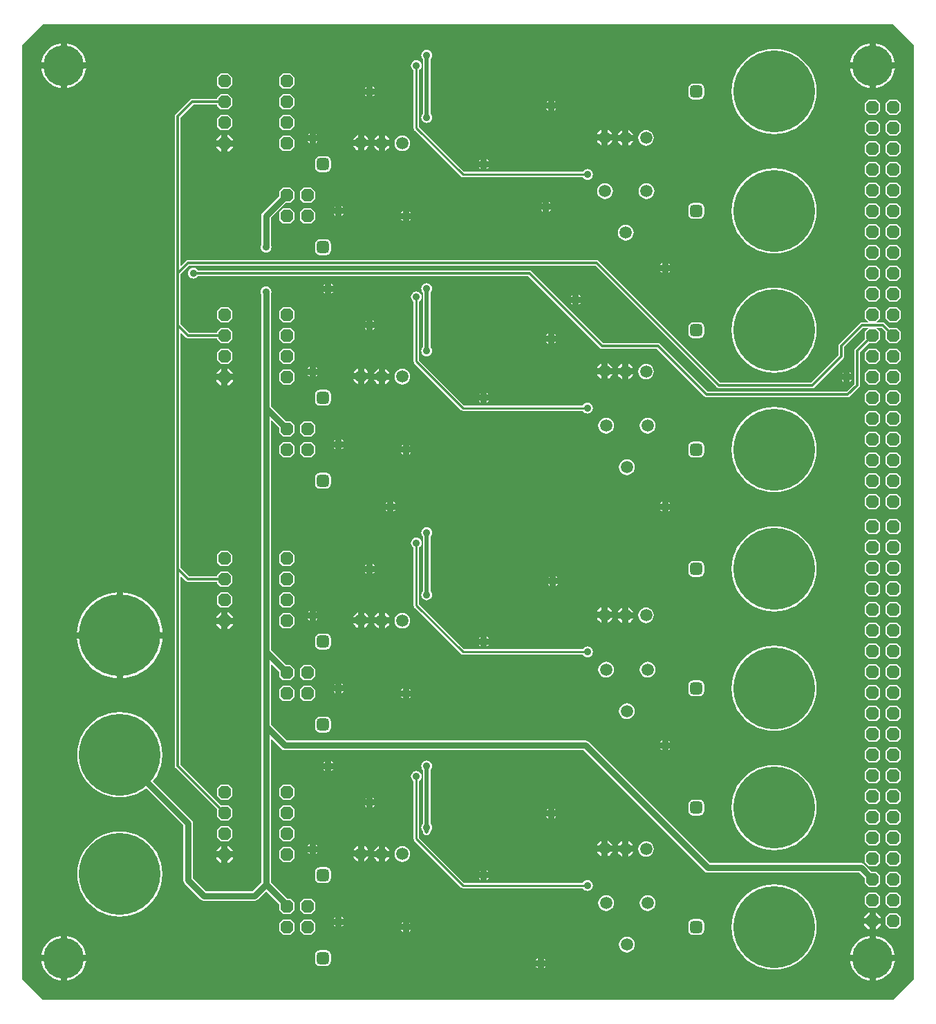
<source format=gbl>
%FSAX25Y25*%
%MOIN*%
G70*
G01*
G75*
G04 Layer_Physical_Order=2*
G04 Layer_Color=16711680*
%ADD10R,0.06693X0.03937*%
%ADD11R,0.03543X0.02756*%
G04:AMPARAMS|DCode=12|XSize=23.62mil|YSize=35.43mil|CornerRadius=5.91mil|HoleSize=0mil|Usage=FLASHONLY|Rotation=270.000|XOffset=0mil|YOffset=0mil|HoleType=Round|Shape=RoundedRectangle|*
%AMROUNDEDRECTD12*
21,1,0.02362,0.02362,0,0,270.0*
21,1,0.01181,0.03543,0,0,270.0*
1,1,0.01181,-0.01181,-0.00591*
1,1,0.01181,-0.01181,0.00591*
1,1,0.01181,0.01181,0.00591*
1,1,0.01181,0.01181,-0.00591*
%
%ADD12ROUNDEDRECTD12*%
%ADD13R,0.02756X0.05118*%
%ADD14R,0.02756X0.03543*%
G04:AMPARAMS|DCode=15|XSize=23.62mil|YSize=43.31mil|CornerRadius=5.91mil|HoleSize=0mil|Usage=FLASHONLY|Rotation=90.000|XOffset=0mil|YOffset=0mil|HoleType=Round|Shape=RoundedRectangle|*
%AMROUNDEDRECTD15*
21,1,0.02362,0.03150,0,0,90.0*
21,1,0.01181,0.04331,0,0,90.0*
1,1,0.01181,0.01575,0.00591*
1,1,0.01181,0.01575,-0.00591*
1,1,0.01181,-0.01575,-0.00591*
1,1,0.01181,-0.01575,0.00591*
%
%ADD15ROUNDEDRECTD15*%
%ADD16R,0.03150X0.03543*%
%ADD17R,0.04134X0.01772*%
%ADD18O,0.04134X0.01772*%
%ADD19R,0.05118X0.02756*%
G04:AMPARAMS|DCode=20|XSize=23.62mil|YSize=35.43mil|CornerRadius=5.91mil|HoleSize=0mil|Usage=FLASHONLY|Rotation=180.000|XOffset=0mil|YOffset=0mil|HoleType=Round|Shape=RoundedRectangle|*
%AMROUNDEDRECTD20*
21,1,0.02362,0.02362,0,0,180.0*
21,1,0.01181,0.03543,0,0,180.0*
1,1,0.01181,-0.00591,0.01181*
1,1,0.01181,0.00591,0.01181*
1,1,0.01181,0.00591,-0.01181*
1,1,0.01181,-0.00591,-0.01181*
%
%ADD20ROUNDEDRECTD20*%
G04:AMPARAMS|DCode=21|XSize=78.74mil|YSize=137.8mil|CornerRadius=19.69mil|HoleSize=0mil|Usage=FLASHONLY|Rotation=0.000|XOffset=0mil|YOffset=0mil|HoleType=Round|Shape=RoundedRectangle|*
%AMROUNDEDRECTD21*
21,1,0.07874,0.09843,0,0,0.0*
21,1,0.03937,0.13780,0,0,0.0*
1,1,0.03937,0.01969,-0.04921*
1,1,0.03937,-0.01969,-0.04921*
1,1,0.03937,-0.01969,0.04921*
1,1,0.03937,0.01969,0.04921*
%
%ADD21ROUNDEDRECTD21*%
%ADD22R,0.03543X0.03150*%
%ADD23C,0.01969*%
%ADD24C,0.01000*%
%ADD25C,0.05906*%
%ADD26C,0.01181*%
%ADD27C,0.01575*%
%ADD28C,0.02953*%
%ADD29C,0.19685*%
%ADD30C,0.39370*%
G04:AMPARAMS|DCode=31|XSize=59.06mil|YSize=59.06mil|CornerRadius=14.76mil|HoleSize=0mil|Usage=FLASHONLY|Rotation=270.000|XOffset=0mil|YOffset=0mil|HoleType=Round|Shape=RoundedRectangle|*
%AMROUNDEDRECTD31*
21,1,0.05906,0.02953,0,0,270.0*
21,1,0.02953,0.05906,0,0,270.0*
1,1,0.02953,-0.01476,-0.01476*
1,1,0.02953,-0.01476,0.01476*
1,1,0.02953,0.01476,0.01476*
1,1,0.02953,0.01476,-0.01476*
%
%ADD31ROUNDEDRECTD31*%
G04:AMPARAMS|DCode=32|XSize=59.06mil|YSize=59.06mil|CornerRadius=0mil|HoleSize=0mil|Usage=FLASHONLY|Rotation=270.000|XOffset=0mil|YOffset=0mil|HoleType=Round|Shape=Octagon|*
%AMOCTAGOND32*
4,1,8,-0.01476,-0.02953,0.01476,-0.02953,0.02953,-0.01476,0.02953,0.01476,0.01476,0.02953,-0.01476,0.02953,-0.02953,0.01476,-0.02953,-0.01476,-0.01476,-0.02953,0.0*
%
%ADD32OCTAGOND32*%

%ADD33C,0.05906*%
%ADD34C,0.03583*%
G36*
X0700000Y0562500D02*
X0700000D01*
Y0112500D01*
X0700000Y0112500D01*
X0690000Y0102500D01*
X0280000D01*
X0280000Y0102500D01*
X0270000Y0112500D01*
Y0112500D01*
Y0562500D01*
X0280000Y0572500D01*
X0690000D01*
X0690000Y0572500D01*
X0700000Y0562500D01*
D02*
G37*
%LPC*%
G36*
X0691870Y0274173D02*
X0688130D01*
X0686260Y0272303D01*
Y0268563D01*
X0688130Y0266693D01*
X0691870D01*
X0693740Y0268563D01*
Y0272303D01*
X0691870Y0274173D01*
D02*
G37*
G36*
X0681870D02*
X0678130D01*
X0676260Y0272303D01*
Y0268563D01*
X0678130Y0266693D01*
X0681870D01*
X0683740Y0268563D01*
Y0272303D01*
X0681870Y0274173D01*
D02*
G37*
G36*
X0571500Y0265272D02*
X0570524Y0265144D01*
X0569614Y0264767D01*
X0568832Y0264167D01*
X0568233Y0263386D01*
X0567856Y0262476D01*
X0567728Y0261500D01*
X0567856Y0260524D01*
X0568233Y0259614D01*
X0568832Y0258833D01*
X0569614Y0258233D01*
X0570524Y0257856D01*
X0571500Y0257728D01*
X0572476Y0257856D01*
X0573386Y0258233D01*
X0574167Y0258833D01*
X0574767Y0259614D01*
X0575144Y0260524D01*
X0575272Y0261500D01*
X0575144Y0262476D01*
X0574767Y0263386D01*
X0574167Y0264167D01*
X0573386Y0264767D01*
X0572476Y0265144D01*
X0571500Y0265272D01*
D02*
G37*
G36*
X0491024Y0273524D02*
X0490114D01*
X0490509Y0273009D01*
X0491024Y0272614D01*
Y0273524D01*
D02*
G37*
G36*
X0416476Y0278784D02*
X0413524D01*
X0412640Y0278609D01*
X0411892Y0278109D01*
X0411391Y0277360D01*
X0411215Y0276476D01*
Y0273524D01*
X0411391Y0272640D01*
X0411892Y0271891D01*
X0412640Y0271391D01*
X0413524Y0271216D01*
X0416476D01*
X0417360Y0271391D01*
X0418109Y0271891D01*
X0418609Y0272640D01*
X0418785Y0273524D01*
Y0276476D01*
X0418609Y0277360D01*
X0418109Y0278109D01*
X0417360Y0278609D01*
X0416476Y0278784D01*
D02*
G37*
G36*
X0460000Y0325101D02*
X0459327Y0325012D01*
X0458700Y0324752D01*
X0458161Y0324339D01*
X0457748Y0323800D01*
X0457488Y0323173D01*
X0457399Y0322500D01*
X0457488Y0321827D01*
X0457748Y0321199D01*
X0458161Y0320661D01*
X0458687Y0320257D01*
Y0292500D01*
X0458787Y0291998D01*
X0459072Y0291572D01*
X0481572Y0269072D01*
X0481998Y0268787D01*
X0482500Y0268687D01*
X0540257D01*
X0540661Y0268161D01*
X0541199Y0267747D01*
X0541827Y0267488D01*
X0542500Y0267399D01*
X0543173Y0267488D01*
X0543800Y0267747D01*
X0544339Y0268161D01*
X0544753Y0268700D01*
X0545012Y0269327D01*
X0545101Y0270000D01*
X0545012Y0270673D01*
X0544753Y0271301D01*
X0544339Y0271839D01*
X0543800Y0272252D01*
X0543173Y0272512D01*
X0542500Y0272601D01*
X0541827Y0272512D01*
X0541199Y0272252D01*
X0540661Y0271839D01*
X0540257Y0271313D01*
X0483044D01*
X0461313Y0293044D01*
Y0320257D01*
X0461839Y0320661D01*
X0462253Y0321199D01*
X0462512Y0321827D01*
X0462601Y0322500D01*
X0462512Y0323173D01*
X0462253Y0323800D01*
X0461839Y0324339D01*
X0461301Y0324752D01*
X0460673Y0325012D01*
X0460000Y0325101D01*
D02*
G37*
G36*
X0691870Y0264173D02*
X0688130D01*
X0686260Y0262303D01*
Y0258563D01*
X0688130Y0256693D01*
X0691870D01*
X0693740Y0258563D01*
Y0262303D01*
X0691870Y0264173D01*
D02*
G37*
G36*
X0681870D02*
X0678130D01*
X0676260Y0262303D01*
Y0258563D01*
X0678130Y0256693D01*
X0681870D01*
X0683740Y0258563D01*
Y0262303D01*
X0681870Y0264173D01*
D02*
G37*
G36*
X0409370Y0263740D02*
X0405630D01*
X0403760Y0261870D01*
Y0258130D01*
X0405630Y0256260D01*
X0409370D01*
X0411240Y0258130D01*
Y0261870D01*
X0409370Y0263740D01*
D02*
G37*
G36*
X0551500Y0265272D02*
X0550524Y0265144D01*
X0549614Y0264767D01*
X0548833Y0264167D01*
X0548233Y0263386D01*
X0547856Y0262476D01*
X0547728Y0261500D01*
X0547856Y0260524D01*
X0548233Y0259614D01*
X0548833Y0258833D01*
X0549614Y0258233D01*
X0550524Y0257856D01*
X0551500Y0257728D01*
X0552476Y0257856D01*
X0553386Y0258233D01*
X0554168Y0258833D01*
X0554767Y0259614D01*
X0555144Y0260524D01*
X0555272Y0261500D01*
X0555144Y0262476D01*
X0554767Y0263386D01*
X0554168Y0264167D01*
X0553386Y0264767D01*
X0552476Y0265144D01*
X0551500Y0265272D01*
D02*
G37*
G36*
X0337633Y0276524D02*
X0318476D01*
Y0257367D01*
X0319706Y0257448D01*
X0322365Y0257977D01*
X0324933Y0258849D01*
X0327365Y0260048D01*
X0329619Y0261554D01*
X0331658Y0263342D01*
X0333446Y0265381D01*
X0334952Y0267635D01*
X0336152Y0270067D01*
X0337023Y0272635D01*
X0337552Y0275294D01*
X0337633Y0276524D01*
D02*
G37*
G36*
X0315524D02*
X0296367D01*
X0296448Y0275294D01*
X0296977Y0272635D01*
X0297849Y0270067D01*
X0299048Y0267635D01*
X0300554Y0265381D01*
X0302342Y0263342D01*
X0304381Y0261554D01*
X0306635Y0260048D01*
X0309067Y0258849D01*
X0311635Y0257977D01*
X0314294Y0257448D01*
X0315524Y0257367D01*
Y0276524D01*
D02*
G37*
G36*
X0494885Y0273524D02*
X0493976D01*
Y0272614D01*
X0494491Y0273009D01*
X0494885Y0273524D01*
D02*
G37*
G36*
X0399370Y0288740D02*
X0395630D01*
X0393760Y0286870D01*
Y0283130D01*
X0395630Y0281260D01*
X0399370D01*
X0401240Y0283130D01*
Y0286870D01*
X0399370Y0288740D01*
D02*
G37*
G36*
X0371453Y0283524D02*
X0368976D01*
Y0281047D01*
X0369476D01*
X0371453Y0283024D01*
Y0283524D01*
D02*
G37*
G36*
X0366024D02*
X0363547D01*
Y0283024D01*
X0365524Y0281047D01*
X0366024D01*
Y0283524D01*
D02*
G37*
G36*
X0446978Y0283669D02*
X0444787D01*
Y0281479D01*
X0445304Y0281693D01*
X0446130Y0282327D01*
X0446764Y0283152D01*
X0446978Y0283669D01*
D02*
G37*
G36*
X0441835D02*
X0439644D01*
X0439858Y0283152D01*
X0440492Y0282327D01*
X0441318Y0281693D01*
X0441835Y0281479D01*
Y0283669D01*
D02*
G37*
G36*
X0453268Y0288898D02*
X0452291Y0288770D01*
X0451381Y0288393D01*
X0450600Y0287793D01*
X0450001Y0287012D01*
X0449624Y0286102D01*
X0449495Y0285126D01*
X0449624Y0284150D01*
X0450001Y0283240D01*
X0450600Y0282458D01*
X0451381Y0281859D01*
X0452291Y0281482D01*
X0453268Y0281354D01*
X0454244Y0281482D01*
X0455154Y0281859D01*
X0455935Y0282458D01*
X0456535Y0283240D01*
X0456912Y0284150D01*
X0457040Y0285126D01*
X0456912Y0286102D01*
X0456535Y0287012D01*
X0455935Y0287793D01*
X0455154Y0288393D01*
X0454244Y0288770D01*
X0453268Y0288898D01*
D02*
G37*
G36*
X0681870Y0284173D02*
X0678130D01*
X0676260Y0282303D01*
Y0278563D01*
X0678130Y0276693D01*
X0681870D01*
X0683740Y0278563D01*
Y0282303D01*
X0681870Y0284173D01*
D02*
G37*
G36*
X0493976Y0277386D02*
Y0276476D01*
X0494885D01*
X0494491Y0276991D01*
X0493976Y0277386D01*
D02*
G37*
G36*
X0491024D02*
X0490509Y0276991D01*
X0490114Y0276476D01*
X0491024D01*
Y0277386D01*
D02*
G37*
G36*
X0318476Y0298633D02*
Y0279476D01*
X0337633D01*
X0337552Y0280706D01*
X0337023Y0283365D01*
X0336152Y0285933D01*
X0334952Y0288365D01*
X0333446Y0290619D01*
X0331658Y0292658D01*
X0329619Y0294446D01*
X0327365Y0295952D01*
X0324933Y0297151D01*
X0322365Y0298023D01*
X0319706Y0298552D01*
X0318476Y0298633D01*
D02*
G37*
G36*
X0315524D02*
X0314294Y0298552D01*
X0311635Y0298023D01*
X0309067Y0297151D01*
X0306635Y0295952D01*
X0304381Y0294446D01*
X0302342Y0292658D01*
X0300554Y0290619D01*
X0299048Y0288365D01*
X0297849Y0285933D01*
X0296977Y0283365D01*
X0296448Y0280706D01*
X0296367Y0279476D01*
X0315524D01*
Y0298633D01*
D02*
G37*
G36*
X0691870Y0284173D02*
X0688130D01*
X0686260Y0282303D01*
Y0278563D01*
X0688130Y0276693D01*
X0691870D01*
X0693740Y0278563D01*
Y0282303D01*
X0691870Y0284173D01*
D02*
G37*
G36*
X0632500Y0273016D02*
X0629822Y0272841D01*
X0627190Y0272317D01*
X0624649Y0271455D01*
X0622242Y0270268D01*
X0620010Y0268777D01*
X0617993Y0267007D01*
X0616223Y0264990D01*
X0614732Y0262758D01*
X0613545Y0260351D01*
X0612683Y0257810D01*
X0612159Y0255178D01*
X0611984Y0252500D01*
X0612159Y0249822D01*
X0612683Y0247190D01*
X0613545Y0244649D01*
X0614732Y0242242D01*
X0616223Y0240010D01*
X0617993Y0237993D01*
X0620010Y0236223D01*
X0622242Y0234732D01*
X0624649Y0233545D01*
X0627190Y0232683D01*
X0629822Y0232159D01*
X0632500Y0231984D01*
X0635178Y0232159D01*
X0637810Y0232683D01*
X0640351Y0233545D01*
X0642758Y0234732D01*
X0644990Y0236223D01*
X0647007Y0237993D01*
X0648777Y0240010D01*
X0650268Y0242242D01*
X0651455Y0244649D01*
X0652317Y0247190D01*
X0652841Y0249822D01*
X0653016Y0252500D01*
X0652841Y0255178D01*
X0652317Y0257810D01*
X0651455Y0260351D01*
X0650268Y0262758D01*
X0648777Y0264990D01*
X0647007Y0267007D01*
X0644990Y0268777D01*
X0642758Y0270268D01*
X0640351Y0271455D01*
X0637810Y0272317D01*
X0635178Y0272841D01*
X0632500Y0273016D01*
D02*
G37*
G36*
X0416476Y0238785D02*
X0413524D01*
X0412640Y0238609D01*
X0411892Y0238108D01*
X0411391Y0237360D01*
X0411215Y0236476D01*
Y0233524D01*
X0411391Y0232640D01*
X0411892Y0231891D01*
X0412640Y0231391D01*
X0413524Y0231216D01*
X0416476D01*
X0417360Y0231391D01*
X0418109Y0231891D01*
X0418609Y0232640D01*
X0418785Y0233524D01*
Y0236476D01*
X0418609Y0237360D01*
X0418109Y0238108D01*
X0417360Y0238609D01*
X0416476Y0238785D01*
D02*
G37*
G36*
X0691870Y0234173D02*
X0688130D01*
X0686260Y0232303D01*
Y0228563D01*
X0688130Y0226693D01*
X0691870D01*
X0693740Y0228563D01*
Y0232303D01*
X0691870Y0234173D01*
D02*
G37*
G36*
X0561500Y0245272D02*
X0560524Y0245144D01*
X0559614Y0244767D01*
X0558833Y0244167D01*
X0558233Y0243386D01*
X0557856Y0242476D01*
X0557728Y0241500D01*
X0557856Y0240524D01*
X0558233Y0239614D01*
X0558833Y0238832D01*
X0559614Y0238233D01*
X0560524Y0237856D01*
X0561500Y0237728D01*
X0562476Y0237856D01*
X0563386Y0238233D01*
X0564167Y0238832D01*
X0564767Y0239614D01*
X0565144Y0240524D01*
X0565272Y0241500D01*
X0565144Y0242476D01*
X0564767Y0243386D01*
X0564167Y0244167D01*
X0563386Y0244767D01*
X0562476Y0245144D01*
X0561500Y0245272D01*
D02*
G37*
G36*
X0691870Y0244173D02*
X0688130D01*
X0686260Y0242303D01*
Y0238563D01*
X0688130Y0236693D01*
X0691870D01*
X0693740Y0238563D01*
Y0242303D01*
X0691870Y0244173D01*
D02*
G37*
G36*
X0681870D02*
X0678130D01*
X0676260Y0242303D01*
Y0238563D01*
X0678130Y0236693D01*
X0681870D01*
X0683740Y0238563D01*
Y0242303D01*
X0681870Y0244173D01*
D02*
G37*
G36*
X0582385Y0223524D02*
X0581476D01*
Y0222614D01*
X0581991Y0223009D01*
X0582385Y0223524D01*
D02*
G37*
G36*
X0578524D02*
X0577614D01*
X0578009Y0223009D01*
X0578524Y0222614D01*
Y0223524D01*
D02*
G37*
G36*
X0691870Y0224173D02*
X0688130D01*
X0686260Y0222303D01*
Y0218563D01*
X0688130Y0216693D01*
X0691870D01*
X0693740Y0218563D01*
Y0222303D01*
X0691870Y0224173D01*
D02*
G37*
G36*
X0681870Y0234173D02*
X0678130D01*
X0676260Y0232303D01*
Y0228563D01*
X0678130Y0226693D01*
X0681870D01*
X0683740Y0228563D01*
Y0232303D01*
X0681870Y0234173D01*
D02*
G37*
G36*
X0581476Y0227386D02*
Y0226476D01*
X0582385D01*
X0581991Y0226991D01*
X0581476Y0227386D01*
D02*
G37*
G36*
X0578524D02*
X0578009Y0226991D01*
X0577614Y0226476D01*
X0578524D01*
Y0227386D01*
D02*
G37*
G36*
X0399370Y0253740D02*
X0395630D01*
X0393760Y0251870D01*
Y0248130D01*
X0395630Y0246260D01*
X0399370D01*
X0401240Y0248130D01*
Y0251870D01*
X0399370Y0253740D01*
D02*
G37*
G36*
X0453524Y0252386D02*
X0453009Y0251991D01*
X0452614Y0251476D01*
X0453524D01*
Y0252386D01*
D02*
G37*
G36*
X0424886Y0251024D02*
X0423976D01*
Y0250114D01*
X0424491Y0250509D01*
X0424886Y0251024D01*
D02*
G37*
G36*
X0421024D02*
X0420115D01*
X0420509Y0250509D01*
X0421024Y0250114D01*
Y0251024D01*
D02*
G37*
G36*
X0423976Y0254886D02*
Y0253976D01*
X0424886D01*
X0424491Y0254491D01*
X0423976Y0254886D01*
D02*
G37*
G36*
X0421024D02*
X0420509Y0254491D01*
X0420115Y0253976D01*
X0421024D01*
Y0254886D01*
D02*
G37*
G36*
X0456476Y0252386D02*
Y0251476D01*
X0457385D01*
X0456991Y0251991D01*
X0456476Y0252386D01*
D02*
G37*
G36*
X0691870Y0254173D02*
X0688130D01*
X0686260Y0252303D01*
Y0248563D01*
X0688130Y0246693D01*
X0691870D01*
X0693740Y0248563D01*
Y0252303D01*
X0691870Y0254173D01*
D02*
G37*
G36*
X0681870D02*
X0678130D01*
X0676260Y0252303D01*
Y0248563D01*
X0678130Y0246693D01*
X0681870D01*
X0683740Y0248563D01*
Y0252303D01*
X0681870Y0254173D01*
D02*
G37*
G36*
X0409370Y0253740D02*
X0405630D01*
X0403760Y0251870D01*
Y0248130D01*
X0405630Y0246260D01*
X0409370D01*
X0411240Y0248130D01*
Y0251870D01*
X0409370Y0253740D01*
D02*
G37*
G36*
X0596476Y0256284D02*
X0593524D01*
X0592640Y0256109D01*
X0591891Y0255609D01*
X0591391Y0254860D01*
X0591216Y0253976D01*
Y0251024D01*
X0591391Y0250140D01*
X0591891Y0249392D01*
X0592640Y0248891D01*
X0593524Y0248715D01*
X0596476D01*
X0597360Y0248891D01*
X0598108Y0249392D01*
X0598609Y0250140D01*
X0598784Y0251024D01*
Y0253976D01*
X0598609Y0254860D01*
X0598108Y0255609D01*
X0597360Y0256109D01*
X0596476Y0256284D01*
D02*
G37*
G36*
X0457385Y0248524D02*
X0456476D01*
Y0247614D01*
X0456991Y0248009D01*
X0457385Y0248524D01*
D02*
G37*
G36*
X0453524D02*
X0452614D01*
X0453009Y0248009D01*
X0453524Y0247614D01*
Y0248524D01*
D02*
G37*
G36*
X0431807Y0283823D02*
X0429617D01*
X0429831Y0283306D01*
X0430464Y0282480D01*
X0431290Y0281846D01*
X0431807Y0281632D01*
Y0283823D01*
D02*
G37*
G36*
X0596476Y0313785D02*
X0593524D01*
X0592640Y0313609D01*
X0591891Y0313108D01*
X0591391Y0312360D01*
X0591216Y0311476D01*
Y0308524D01*
X0591391Y0307640D01*
X0591891Y0306891D01*
X0592640Y0306391D01*
X0593524Y0306216D01*
X0596476D01*
X0597360Y0306391D01*
X0598108Y0306891D01*
X0598609Y0307640D01*
X0598784Y0308524D01*
Y0311476D01*
X0598609Y0312360D01*
X0598108Y0313108D01*
X0597360Y0313609D01*
X0596476Y0313785D01*
D02*
G37*
G36*
X0527303Y0306559D02*
Y0305650D01*
X0528212D01*
X0527818Y0306164D01*
X0527303Y0306559D01*
D02*
G37*
G36*
X0524350D02*
X0523836Y0306164D01*
X0523441Y0305650D01*
X0524350D01*
Y0306559D01*
D02*
G37*
G36*
X0436024Y0308524D02*
X0435114D01*
X0435509Y0308009D01*
X0436024Y0307614D01*
Y0308524D01*
D02*
G37*
G36*
X0691870Y0314173D02*
X0688130D01*
X0686260Y0312303D01*
Y0308563D01*
X0688130Y0306693D01*
X0691870D01*
X0693740Y0308563D01*
Y0312303D01*
X0691870Y0314173D01*
D02*
G37*
G36*
X0681870D02*
X0678130D01*
X0676260Y0312303D01*
Y0308563D01*
X0678130Y0306693D01*
X0681870D01*
X0683740Y0308563D01*
Y0312303D01*
X0681870Y0314173D01*
D02*
G37*
G36*
X0691870Y0304173D02*
X0688130D01*
X0686260Y0302303D01*
Y0298563D01*
X0688130Y0296693D01*
X0691870D01*
X0693740Y0298563D01*
Y0302303D01*
X0691870Y0304173D01*
D02*
G37*
G36*
X0681870D02*
X0678130D01*
X0676260Y0302303D01*
Y0298563D01*
X0678130Y0296693D01*
X0681870D01*
X0683740Y0298563D01*
Y0302303D01*
X0681870Y0304173D01*
D02*
G37*
G36*
X0465000Y0330101D02*
X0464327Y0330012D01*
X0463699Y0329752D01*
X0463161Y0329339D01*
X0462747Y0328801D01*
X0462488Y0328173D01*
X0462399Y0327500D01*
X0462488Y0326827D01*
X0462747Y0326200D01*
X0463161Y0325661D01*
X0463194Y0325636D01*
Y0299364D01*
X0463161Y0299339D01*
X0462747Y0298800D01*
X0462488Y0298173D01*
X0462399Y0297500D01*
X0462488Y0296827D01*
X0462747Y0296199D01*
X0463161Y0295661D01*
X0463699Y0295248D01*
X0464327Y0294988D01*
X0465000Y0294899D01*
X0465673Y0294988D01*
X0466300Y0295248D01*
X0466839Y0295661D01*
X0467252Y0296199D01*
X0467512Y0296827D01*
X0467601Y0297500D01*
X0467512Y0298173D01*
X0467252Y0298800D01*
X0466839Y0299339D01*
X0466806Y0299364D01*
Y0325636D01*
X0466839Y0325661D01*
X0467252Y0326200D01*
X0467512Y0326827D01*
X0467601Y0327500D01*
X0467512Y0328173D01*
X0467252Y0328801D01*
X0466839Y0329339D01*
X0466300Y0329752D01*
X0465673Y0330012D01*
X0465000Y0330101D01*
D02*
G37*
G36*
X0528212Y0302697D02*
X0527303D01*
Y0301788D01*
X0527818Y0302182D01*
X0528212Y0302697D01*
D02*
G37*
G36*
X0524350D02*
X0523441D01*
X0523836Y0302182D01*
X0524350Y0301788D01*
Y0302697D01*
D02*
G37*
G36*
X0399370Y0308740D02*
X0395630D01*
X0393760Y0306870D01*
Y0303130D01*
X0395630Y0301260D01*
X0399370D01*
X0401240Y0303130D01*
Y0306870D01*
X0399370Y0308740D01*
D02*
G37*
G36*
X0439886Y0308524D02*
X0438976D01*
Y0307614D01*
X0439491Y0308009D01*
X0439886Y0308524D01*
D02*
G37*
G36*
X0446024Y0338524D02*
X0445115D01*
X0445509Y0338009D01*
X0446024Y0337614D01*
Y0338524D01*
D02*
G37*
G36*
X0691870Y0334173D02*
X0688130D01*
X0686260Y0332303D01*
Y0328563D01*
X0688130Y0326693D01*
X0691870D01*
X0693740Y0328563D01*
Y0332303D01*
X0691870Y0334173D01*
D02*
G37*
G36*
X0681870D02*
X0678130D01*
X0676260Y0332303D01*
Y0328563D01*
X0678130Y0326693D01*
X0681870D01*
X0683740Y0328563D01*
Y0332303D01*
X0681870Y0334173D01*
D02*
G37*
G36*
X0582385Y0338524D02*
X0581476D01*
Y0337614D01*
X0581991Y0338009D01*
X0582385Y0338524D01*
D02*
G37*
G36*
X0578524D02*
X0577614D01*
X0578009Y0338009D01*
X0578524Y0337614D01*
Y0338524D01*
D02*
G37*
G36*
X0449886D02*
X0448976D01*
Y0337614D01*
X0449491Y0338009D01*
X0449886Y0338524D01*
D02*
G37*
G36*
X0436024Y0312386D02*
X0435509Y0311991D01*
X0435114Y0311476D01*
X0436024D01*
Y0312386D01*
D02*
G37*
G36*
X0399370Y0318740D02*
X0395630D01*
X0393760Y0316870D01*
Y0313130D01*
X0395630Y0311260D01*
X0399370D01*
X0401240Y0313130D01*
Y0316870D01*
X0399370Y0318740D01*
D02*
G37*
G36*
X0369370D02*
X0365630D01*
X0363760Y0316870D01*
Y0313130D01*
X0365630Y0311260D01*
X0369370D01*
X0371240Y0313130D01*
Y0316870D01*
X0369370Y0318740D01*
D02*
G37*
G36*
X0691870Y0324173D02*
X0688130D01*
X0686260Y0322303D01*
Y0318563D01*
X0688130Y0316693D01*
X0691870D01*
X0693740Y0318563D01*
Y0322303D01*
X0691870Y0324173D01*
D02*
G37*
G36*
X0681870D02*
X0678130D01*
X0676260Y0322303D01*
Y0318563D01*
X0678130Y0316693D01*
X0681870D01*
X0683740Y0318563D01*
Y0322303D01*
X0681870Y0324173D01*
D02*
G37*
G36*
X0438976Y0312386D02*
Y0311476D01*
X0439886D01*
X0439491Y0311991D01*
X0438976Y0312386D01*
D02*
G37*
G36*
X0366024Y0288953D02*
X0365524D01*
X0363547Y0286976D01*
Y0286476D01*
X0366024D01*
Y0288953D01*
D02*
G37*
G36*
X0412386Y0286024D02*
X0411476D01*
Y0285114D01*
X0411991Y0285509D01*
X0412386Y0286024D01*
D02*
G37*
G36*
X0408524D02*
X0407614D01*
X0408009Y0285509D01*
X0408524Y0285114D01*
Y0286024D01*
D02*
G37*
G36*
X0444787Y0288813D02*
Y0286622D01*
X0446978D01*
X0446764Y0287139D01*
X0446130Y0287965D01*
X0445304Y0288598D01*
X0444787Y0288813D01*
D02*
G37*
G36*
X0441835D02*
X0441318Y0288598D01*
X0440492Y0287965D01*
X0439858Y0287139D01*
X0439644Y0286622D01*
X0441835D01*
Y0288813D01*
D02*
G37*
G36*
X0369476Y0288953D02*
X0368976D01*
Y0286476D01*
X0371453D01*
Y0286976D01*
X0369476Y0288953D01*
D02*
G37*
G36*
X0559335Y0286169D02*
X0557144D01*
X0557358Y0285652D01*
X0557992Y0284826D01*
X0558818Y0284193D01*
X0559335Y0283979D01*
Y0286169D01*
D02*
G37*
G36*
X0570768Y0291398D02*
X0569791Y0291270D01*
X0568882Y0290893D01*
X0568100Y0290294D01*
X0567501Y0289512D01*
X0567124Y0288602D01*
X0566995Y0287626D01*
X0567124Y0286650D01*
X0567501Y0285740D01*
X0568100Y0284959D01*
X0568882Y0284359D01*
X0569791Y0283982D01*
X0570768Y0283854D01*
X0571744Y0283982D01*
X0572654Y0284359D01*
X0573435Y0284959D01*
X0574035Y0285740D01*
X0574412Y0286650D01*
X0574540Y0287626D01*
X0574412Y0288602D01*
X0574035Y0289512D01*
X0573435Y0290294D01*
X0572654Y0290893D01*
X0571744Y0291270D01*
X0570768Y0291398D01*
D02*
G37*
G36*
X0436950Y0283823D02*
X0434760D01*
Y0281632D01*
X0435277Y0281846D01*
X0436103Y0282480D01*
X0436736Y0283306D01*
X0436950Y0283823D01*
D02*
G37*
G36*
X0554450Y0286323D02*
X0552260D01*
Y0284132D01*
X0552777Y0284347D01*
X0553603Y0284980D01*
X0554236Y0285806D01*
X0554450Y0286323D01*
D02*
G37*
G36*
X0549307D02*
X0547117D01*
X0547331Y0285806D01*
X0547964Y0284980D01*
X0548790Y0284347D01*
X0549307Y0284132D01*
Y0286323D01*
D02*
G37*
G36*
X0564478Y0286169D02*
X0562287D01*
Y0283979D01*
X0562804Y0284193D01*
X0563630Y0284826D01*
X0564264Y0285652D01*
X0564478Y0286169D01*
D02*
G37*
G36*
X0681870Y0294173D02*
X0678130D01*
X0676260Y0292303D01*
Y0288563D01*
X0678130Y0286693D01*
X0681870D01*
X0683740Y0288563D01*
Y0292303D01*
X0681870Y0294173D01*
D02*
G37*
G36*
X0552260Y0291466D02*
Y0289276D01*
X0554450D01*
X0554236Y0289793D01*
X0553603Y0290618D01*
X0552777Y0291252D01*
X0552260Y0291466D01*
D02*
G37*
G36*
X0549307D02*
X0548790Y0291252D01*
X0547964Y0290618D01*
X0547331Y0289793D01*
X0547117Y0289276D01*
X0549307D01*
Y0291466D01*
D02*
G37*
G36*
X0562287Y0291313D02*
Y0289122D01*
X0564478D01*
X0564264Y0289639D01*
X0563630Y0290465D01*
X0562804Y0291098D01*
X0562287Y0291313D01*
D02*
G37*
G36*
X0399370Y0298740D02*
X0395630D01*
X0393760Y0296870D01*
Y0293130D01*
X0395630Y0291260D01*
X0399370D01*
X0401240Y0293130D01*
Y0296870D01*
X0399370Y0298740D01*
D02*
G37*
G36*
X0369370D02*
X0365630D01*
X0363760Y0296870D01*
Y0293130D01*
X0365630Y0291260D01*
X0369370D01*
X0371240Y0293130D01*
Y0296870D01*
X0369370Y0298740D01*
D02*
G37*
G36*
X0632500Y0330516D02*
X0629822Y0330341D01*
X0627190Y0329817D01*
X0624649Y0328955D01*
X0622242Y0327768D01*
X0620010Y0326277D01*
X0617993Y0324507D01*
X0616223Y0322490D01*
X0614732Y0320258D01*
X0613545Y0317851D01*
X0612683Y0315310D01*
X0612159Y0312678D01*
X0611984Y0310000D01*
X0612159Y0307322D01*
X0612683Y0304690D01*
X0613545Y0302149D01*
X0614732Y0299742D01*
X0616223Y0297510D01*
X0617993Y0295493D01*
X0620010Y0293723D01*
X0622242Y0292232D01*
X0624649Y0291045D01*
X0627190Y0290183D01*
X0629822Y0289659D01*
X0632500Y0289484D01*
X0635178Y0289659D01*
X0637810Y0290183D01*
X0640351Y0291045D01*
X0642758Y0292232D01*
X0644990Y0293723D01*
X0647007Y0295493D01*
X0648777Y0297510D01*
X0650268Y0299742D01*
X0651455Y0302149D01*
X0652317Y0304690D01*
X0652841Y0307322D01*
X0653016Y0310000D01*
X0652841Y0312678D01*
X0652317Y0315310D01*
X0651455Y0317851D01*
X0650268Y0320258D01*
X0648777Y0322490D01*
X0647007Y0324507D01*
X0644990Y0326277D01*
X0642758Y0327768D01*
X0640351Y0328955D01*
X0637810Y0329817D01*
X0635178Y0330341D01*
X0632500Y0330516D01*
D02*
G37*
G36*
X0434760Y0288966D02*
Y0286776D01*
X0436950D01*
X0436736Y0287293D01*
X0436103Y0288118D01*
X0435277Y0288752D01*
X0434760Y0288966D01*
D02*
G37*
G36*
X0431807D02*
X0431290Y0288752D01*
X0430464Y0288118D01*
X0429831Y0287293D01*
X0429617Y0286776D01*
X0431807D01*
Y0288966D01*
D02*
G37*
G36*
X0691870Y0294173D02*
X0688130D01*
X0686260Y0292303D01*
Y0288563D01*
X0688130Y0286693D01*
X0691870D01*
X0693740Y0288563D01*
Y0292303D01*
X0691870Y0294173D01*
D02*
G37*
G36*
X0559335Y0291313D02*
X0558818Y0291098D01*
X0557992Y0290465D01*
X0557358Y0289639D01*
X0557144Y0289122D01*
X0559335D01*
Y0291313D01*
D02*
G37*
G36*
X0411476Y0289886D02*
Y0288976D01*
X0412386D01*
X0411991Y0289491D01*
X0411476Y0289886D01*
D02*
G37*
G36*
X0408524D02*
X0408009Y0289491D01*
X0407614Y0288976D01*
X0408524D01*
Y0289886D01*
D02*
G37*
G36*
X0681870Y0224173D02*
X0678130D01*
X0676260Y0222303D01*
Y0218563D01*
X0678130Y0216693D01*
X0681870D01*
X0683740Y0218563D01*
Y0222303D01*
X0681870Y0224173D01*
D02*
G37*
G36*
X0551500Y0152772D02*
X0550524Y0152644D01*
X0549614Y0152267D01*
X0548833Y0151667D01*
X0548233Y0150886D01*
X0547856Y0149976D01*
X0547728Y0149000D01*
X0547856Y0148024D01*
X0548233Y0147114D01*
X0548833Y0146333D01*
X0549614Y0145733D01*
X0550524Y0145356D01*
X0551500Y0145228D01*
X0552476Y0145356D01*
X0553386Y0145733D01*
X0554168Y0146333D01*
X0554767Y0147114D01*
X0555144Y0148024D01*
X0555272Y0149000D01*
X0555144Y0149976D01*
X0554767Y0150886D01*
X0554168Y0151667D01*
X0553386Y0152267D01*
X0552476Y0152644D01*
X0551500Y0152772D01*
D02*
G37*
G36*
X0409370Y0151240D02*
X0405630D01*
X0403760Y0149370D01*
Y0145630D01*
X0405630Y0143760D01*
X0409370D01*
X0411240Y0145630D01*
Y0149370D01*
X0409370Y0151240D01*
D02*
G37*
G36*
X0317000Y0183516D02*
X0314322Y0183341D01*
X0311690Y0182817D01*
X0309149Y0181955D01*
X0306742Y0180768D01*
X0304510Y0179277D01*
X0302493Y0177507D01*
X0300723Y0175490D01*
X0299232Y0173258D01*
X0298045Y0170851D01*
X0297183Y0168310D01*
X0296659Y0165678D01*
X0296484Y0163000D01*
X0296659Y0160322D01*
X0297183Y0157690D01*
X0298045Y0155149D01*
X0299232Y0152742D01*
X0300723Y0150510D01*
X0302493Y0148493D01*
X0304510Y0146723D01*
X0306742Y0145232D01*
X0309149Y0144045D01*
X0311690Y0143183D01*
X0314322Y0142659D01*
X0317000Y0142484D01*
X0319678Y0142659D01*
X0322310Y0143183D01*
X0324851Y0144045D01*
X0327258Y0145232D01*
X0329490Y0146723D01*
X0331507Y0148493D01*
X0333277Y0150510D01*
X0334768Y0152742D01*
X0335955Y0155149D01*
X0336817Y0157690D01*
X0337341Y0160322D01*
X0337516Y0163000D01*
X0337341Y0165678D01*
X0336817Y0168310D01*
X0335955Y0170851D01*
X0334768Y0173258D01*
X0333277Y0175490D01*
X0331507Y0177507D01*
X0329490Y0179277D01*
X0327258Y0180768D01*
X0324851Y0181955D01*
X0322310Y0182817D01*
X0319678Y0183341D01*
X0317000Y0183516D01*
D02*
G37*
G36*
X0691870Y0154173D02*
X0688130D01*
X0686260Y0152303D01*
Y0148563D01*
X0688130Y0146693D01*
X0691870D01*
X0693740Y0148563D01*
Y0152303D01*
X0691870Y0154173D01*
D02*
G37*
G36*
X0681870D02*
X0678130D01*
X0676260Y0152303D01*
Y0148563D01*
X0678130Y0146693D01*
X0681870D01*
X0683740Y0148563D01*
Y0152303D01*
X0681870Y0154173D01*
D02*
G37*
G36*
X0571500Y0152772D02*
X0570524Y0152644D01*
X0569614Y0152267D01*
X0568832Y0151667D01*
X0568233Y0150886D01*
X0567856Y0149976D01*
X0567728Y0149000D01*
X0567856Y0148024D01*
X0568233Y0147114D01*
X0568832Y0146333D01*
X0569614Y0145733D01*
X0570524Y0145356D01*
X0571500Y0145228D01*
X0572476Y0145356D01*
X0573386Y0145733D01*
X0574167Y0146333D01*
X0574767Y0147114D01*
X0575144Y0148024D01*
X0575272Y0149000D01*
X0575144Y0149976D01*
X0574767Y0150886D01*
X0574167Y0151667D01*
X0573386Y0152267D01*
X0572476Y0152644D01*
X0571500Y0152772D01*
D02*
G37*
G36*
X0421024Y0142385D02*
X0420509Y0141991D01*
X0420115Y0141476D01*
X0421024D01*
Y0142385D01*
D02*
G37*
G36*
X0456476Y0139885D02*
Y0138976D01*
X0457385D01*
X0456991Y0139491D01*
X0456476Y0139885D01*
D02*
G37*
G36*
X0453524D02*
X0453009Y0139491D01*
X0452614Y0138976D01*
X0453524D01*
Y0139885D01*
D02*
G37*
G36*
X0681976Y0144386D02*
X0681476D01*
Y0141909D01*
X0683953D01*
Y0142409D01*
X0681976Y0144386D01*
D02*
G37*
G36*
X0678524D02*
X0678024D01*
X0676047Y0142409D01*
Y0141909D01*
X0678524D01*
Y0144386D01*
D02*
G37*
G36*
X0423976Y0142385D02*
Y0141476D01*
X0424886D01*
X0424491Y0141991D01*
X0423976Y0142385D01*
D02*
G37*
G36*
X0460000Y0212601D02*
X0459327Y0212512D01*
X0458700Y0212252D01*
X0458161Y0211839D01*
X0457748Y0211300D01*
X0457488Y0210673D01*
X0457399Y0210000D01*
X0457488Y0209327D01*
X0457748Y0208699D01*
X0458161Y0208161D01*
X0458687Y0207757D01*
Y0180000D01*
X0458787Y0179498D01*
X0459072Y0179072D01*
X0481572Y0156572D01*
X0481998Y0156287D01*
X0482500Y0156187D01*
X0540257D01*
X0540661Y0155661D01*
X0541199Y0155247D01*
X0541827Y0154988D01*
X0542500Y0154899D01*
X0543173Y0154988D01*
X0543800Y0155247D01*
X0544339Y0155661D01*
X0544753Y0156200D01*
X0545012Y0156827D01*
X0545101Y0157500D01*
X0545012Y0158173D01*
X0544753Y0158800D01*
X0544339Y0159339D01*
X0543800Y0159753D01*
X0543173Y0160012D01*
X0542500Y0160101D01*
X0541827Y0160012D01*
X0541199Y0159753D01*
X0540661Y0159339D01*
X0540257Y0158813D01*
X0483044D01*
X0461313Y0180544D01*
Y0207757D01*
X0461839Y0208161D01*
X0462253Y0208699D01*
X0462512Y0209327D01*
X0462601Y0210000D01*
X0462512Y0210673D01*
X0462253Y0211300D01*
X0461839Y0211839D01*
X0461301Y0212252D01*
X0460673Y0212512D01*
X0460000Y0212601D01*
D02*
G37*
G36*
X0366024Y0171024D02*
X0363547D01*
Y0170524D01*
X0365524Y0168547D01*
X0366024D01*
Y0171024D01*
D02*
G37*
G36*
X0691870Y0174173D02*
X0688130D01*
X0686260Y0172303D01*
Y0168563D01*
X0688130Y0166693D01*
X0691870D01*
X0693740Y0168563D01*
Y0172303D01*
X0691870Y0174173D01*
D02*
G37*
G36*
X0681870D02*
X0678130D01*
X0676260Y0172303D01*
Y0168563D01*
X0678130Y0166693D01*
X0681870D01*
X0683740Y0168563D01*
Y0172303D01*
X0681870Y0174173D01*
D02*
G37*
G36*
X0453268Y0176398D02*
X0452291Y0176270D01*
X0451381Y0175893D01*
X0450600Y0175294D01*
X0450001Y0174512D01*
X0449624Y0173602D01*
X0449495Y0172626D01*
X0449624Y0171650D01*
X0450001Y0170740D01*
X0450600Y0169958D01*
X0451381Y0169359D01*
X0452291Y0168982D01*
X0453268Y0168854D01*
X0454244Y0168982D01*
X0455154Y0169359D01*
X0455935Y0169958D01*
X0456535Y0170740D01*
X0456912Y0171650D01*
X0457040Y0172626D01*
X0456912Y0173602D01*
X0456535Y0174512D01*
X0455935Y0175294D01*
X0455154Y0175893D01*
X0454244Y0176270D01*
X0453268Y0176398D01*
D02*
G37*
G36*
X0399370Y0176240D02*
X0395630D01*
X0393760Y0174370D01*
Y0170630D01*
X0395630Y0168760D01*
X0399370D01*
X0401240Y0170630D01*
Y0174370D01*
X0399370Y0176240D01*
D02*
G37*
G36*
X0371453Y0171024D02*
X0368976D01*
Y0168547D01*
X0369476D01*
X0371453Y0170524D01*
Y0171024D01*
D02*
G37*
G36*
X0491024Y0161024D02*
X0490114D01*
X0490509Y0160509D01*
X0491024Y0160115D01*
Y0161024D01*
D02*
G37*
G36*
X0416476Y0166285D02*
X0413524D01*
X0412640Y0166109D01*
X0411892Y0165609D01*
X0411391Y0164860D01*
X0411215Y0163976D01*
Y0161024D01*
X0411391Y0160140D01*
X0411892Y0159391D01*
X0412640Y0158891D01*
X0413524Y0158715D01*
X0416476D01*
X0417360Y0158891D01*
X0418109Y0159391D01*
X0418609Y0160140D01*
X0418785Y0161024D01*
Y0163976D01*
X0418609Y0164860D01*
X0418109Y0165609D01*
X0417360Y0166109D01*
X0416476Y0166285D01*
D02*
G37*
G36*
X0691870Y0164173D02*
X0688130D01*
X0686260Y0162303D01*
Y0158563D01*
X0688130Y0156693D01*
X0691870D01*
X0693740Y0158563D01*
Y0162303D01*
X0691870Y0164173D01*
D02*
G37*
G36*
X0493976Y0164885D02*
Y0163976D01*
X0494885D01*
X0494491Y0164491D01*
X0493976Y0164885D01*
D02*
G37*
G36*
X0491024D02*
X0490509Y0164491D01*
X0490114Y0163976D01*
X0491024D01*
Y0164885D01*
D02*
G37*
G36*
X0494885Y0161024D02*
X0493976D01*
Y0160115D01*
X0494491Y0160509D01*
X0494885Y0161024D01*
D02*
G37*
G36*
X0518524Y0122386D02*
X0518009Y0121991D01*
X0517615Y0121476D01*
X0518524D01*
Y0122386D01*
D02*
G37*
G36*
X0416476Y0126285D02*
X0413524D01*
X0412640Y0126109D01*
X0411892Y0125609D01*
X0411391Y0124860D01*
X0411215Y0123976D01*
Y0121024D01*
X0411391Y0120140D01*
X0411892Y0119392D01*
X0412640Y0118891D01*
X0413524Y0118716D01*
X0416476D01*
X0417360Y0118891D01*
X0418109Y0119392D01*
X0418609Y0120140D01*
X0418785Y0121024D01*
Y0123976D01*
X0418609Y0124860D01*
X0418109Y0125609D01*
X0417360Y0126109D01*
X0416476Y0126285D01*
D02*
G37*
G36*
X0522386Y0118524D02*
X0521476D01*
Y0117614D01*
X0521991Y0118009D01*
X0522386Y0118524D01*
D02*
G37*
G36*
X0291476Y0133260D02*
Y0123976D01*
X0300760D01*
X0300742Y0124201D01*
X0300344Y0125861D01*
X0299691Y0127438D01*
X0298799Y0128893D01*
X0297691Y0130191D01*
X0296393Y0131299D01*
X0294938Y0132191D01*
X0293361Y0132844D01*
X0291701Y0133242D01*
X0291476Y0133260D01*
D02*
G37*
G36*
X0288524D02*
X0288299Y0133242D01*
X0286639Y0132844D01*
X0285062Y0132191D01*
X0283607Y0131299D01*
X0282310Y0130191D01*
X0281201Y0128893D01*
X0280309Y0127438D01*
X0279656Y0125861D01*
X0279258Y0124201D01*
X0279240Y0123976D01*
X0288524D01*
Y0133260D01*
D02*
G37*
G36*
X0521476Y0122386D02*
Y0121476D01*
X0522386D01*
X0521991Y0121991D01*
X0521476Y0122386D01*
D02*
G37*
G36*
X0678524Y0121024D02*
X0669240D01*
X0669258Y0120799D01*
X0669656Y0119139D01*
X0670309Y0117562D01*
X0671201Y0116107D01*
X0672309Y0114810D01*
X0673607Y0113701D01*
X0675062Y0112809D01*
X0676639Y0112156D01*
X0678299Y0111758D01*
X0678524Y0111740D01*
Y0121024D01*
D02*
G37*
G36*
X0300760D02*
X0291476D01*
Y0111740D01*
X0291701Y0111758D01*
X0293361Y0112156D01*
X0294938Y0112809D01*
X0296393Y0113701D01*
X0297691Y0114810D01*
X0298799Y0116107D01*
X0299691Y0117562D01*
X0300344Y0119139D01*
X0300742Y0120799D01*
X0300760Y0121024D01*
D02*
G37*
G36*
X0288524D02*
X0279240D01*
X0279258Y0120799D01*
X0279656Y0119139D01*
X0280309Y0117562D01*
X0281201Y0116107D01*
X0282310Y0114810D01*
X0283607Y0113701D01*
X0285062Y0112809D01*
X0286639Y0112156D01*
X0288299Y0111758D01*
X0288524Y0111740D01*
Y0121024D01*
D02*
G37*
G36*
X0518524Y0118524D02*
X0517615D01*
X0518009Y0118009D01*
X0518524Y0117614D01*
Y0118524D01*
D02*
G37*
G36*
X0632500Y0158016D02*
X0629822Y0157841D01*
X0627190Y0157317D01*
X0624649Y0156455D01*
X0622242Y0155268D01*
X0620010Y0153777D01*
X0617993Y0152007D01*
X0616223Y0149990D01*
X0614732Y0147758D01*
X0613545Y0145351D01*
X0612683Y0142810D01*
X0612159Y0140178D01*
X0611984Y0137500D01*
X0612159Y0134822D01*
X0612683Y0132190D01*
X0613545Y0129649D01*
X0614732Y0127242D01*
X0616223Y0125010D01*
X0617993Y0122993D01*
X0620010Y0121223D01*
X0622242Y0119732D01*
X0624649Y0118545D01*
X0627190Y0117683D01*
X0629822Y0117159D01*
X0632500Y0116984D01*
X0635178Y0117159D01*
X0637810Y0117683D01*
X0640351Y0118545D01*
X0642758Y0119732D01*
X0644990Y0121223D01*
X0647007Y0122993D01*
X0648777Y0125010D01*
X0650268Y0127242D01*
X0651455Y0129649D01*
X0652317Y0132190D01*
X0652841Y0134822D01*
X0653016Y0137500D01*
X0652841Y0140178D01*
X0652317Y0142810D01*
X0651455Y0145351D01*
X0650268Y0147758D01*
X0648777Y0149990D01*
X0647007Y0152007D01*
X0644990Y0153777D01*
X0642758Y0155268D01*
X0640351Y0156455D01*
X0637810Y0157317D01*
X0635178Y0157841D01*
X0632500Y0158016D01*
D02*
G37*
G36*
X0690760Y0121024D02*
X0681476D01*
Y0111740D01*
X0681701Y0111758D01*
X0683361Y0112156D01*
X0684938Y0112809D01*
X0686393Y0113701D01*
X0687690Y0114810D01*
X0688799Y0116107D01*
X0689691Y0117562D01*
X0690344Y0119139D01*
X0690742Y0120799D01*
X0690760Y0121024D01*
D02*
G37*
G36*
X0678524Y0133260D02*
X0678299Y0133242D01*
X0676639Y0132844D01*
X0675062Y0132191D01*
X0673607Y0131299D01*
X0672309Y0130191D01*
X0671201Y0128893D01*
X0670309Y0127438D01*
X0669656Y0125861D01*
X0669258Y0124201D01*
X0669240Y0123976D01*
X0678524D01*
Y0133260D01*
D02*
G37*
G36*
X0683953Y0138957D02*
X0681476D01*
Y0136480D01*
X0681976D01*
X0683953Y0138457D01*
Y0138957D01*
D02*
G37*
G36*
X0678524D02*
X0676047D01*
Y0138457D01*
X0678024Y0136480D01*
X0678524D01*
Y0138957D01*
D02*
G37*
G36*
X0457385Y0136024D02*
X0456476D01*
Y0135115D01*
X0456991Y0135509D01*
X0457385Y0136024D01*
D02*
G37*
G36*
X0424886Y0138524D02*
X0423976D01*
Y0137615D01*
X0424491Y0138009D01*
X0424886Y0138524D01*
D02*
G37*
G36*
X0421024D02*
X0420115D01*
X0420509Y0138009D01*
X0421024Y0137615D01*
Y0138524D01*
D02*
G37*
G36*
X0691870Y0144173D02*
X0688130D01*
X0686260Y0142303D01*
Y0138563D01*
X0688130Y0136693D01*
X0691870D01*
X0693740Y0138563D01*
Y0142303D01*
X0691870Y0144173D01*
D02*
G37*
G36*
X0596476Y0141285D02*
X0593524D01*
X0592640Y0141109D01*
X0591891Y0140609D01*
X0591391Y0139860D01*
X0591216Y0138976D01*
Y0136024D01*
X0591391Y0135140D01*
X0591891Y0134391D01*
X0592640Y0133891D01*
X0593524Y0133715D01*
X0596476D01*
X0597360Y0133891D01*
X0598108Y0134391D01*
X0598609Y0135140D01*
X0598784Y0136024D01*
Y0138976D01*
X0598609Y0139860D01*
X0598108Y0140609D01*
X0597360Y0141109D01*
X0596476Y0141285D01*
D02*
G37*
G36*
X0561500Y0132772D02*
X0560524Y0132644D01*
X0559614Y0132267D01*
X0558833Y0131667D01*
X0558233Y0130886D01*
X0557856Y0129976D01*
X0557728Y0129000D01*
X0557856Y0128024D01*
X0558233Y0127114D01*
X0558833Y0126332D01*
X0559614Y0125733D01*
X0560524Y0125356D01*
X0561500Y0125228D01*
X0562476Y0125356D01*
X0563386Y0125733D01*
X0564167Y0126332D01*
X0564767Y0127114D01*
X0565144Y0128024D01*
X0565272Y0129000D01*
X0565144Y0129976D01*
X0564767Y0130886D01*
X0564167Y0131667D01*
X0563386Y0132267D01*
X0562476Y0132644D01*
X0561500Y0132772D01*
D02*
G37*
G36*
X0681476Y0133260D02*
Y0123976D01*
X0690760D01*
X0690742Y0124201D01*
X0690344Y0125861D01*
X0689691Y0127438D01*
X0688799Y0128893D01*
X0687690Y0130191D01*
X0686393Y0131299D01*
X0684938Y0132191D01*
X0683361Y0132844D01*
X0681701Y0133242D01*
X0681476Y0133260D01*
D02*
G37*
G36*
X0453524Y0136024D02*
X0452614D01*
X0453009Y0135509D01*
X0453524Y0135115D01*
Y0136024D01*
D02*
G37*
G36*
X0409370Y0141240D02*
X0405630D01*
X0403760Y0139370D01*
Y0135630D01*
X0405630Y0133760D01*
X0409370D01*
X0411240Y0135630D01*
Y0139370D01*
X0409370Y0141240D01*
D02*
G37*
G36*
X0399370D02*
X0395630D01*
X0393760Y0139370D01*
Y0135630D01*
X0395630Y0133760D01*
X0399370D01*
X0401240Y0135630D01*
Y0139370D01*
X0399370Y0141240D01*
D02*
G37*
G36*
X0441835Y0171169D02*
X0439644D01*
X0439858Y0170652D01*
X0440492Y0169826D01*
X0441318Y0169193D01*
X0441835Y0168979D01*
Y0171169D01*
D02*
G37*
G36*
X0596476Y0198784D02*
X0593524D01*
X0592640Y0198609D01*
X0591891Y0198108D01*
X0591391Y0197360D01*
X0591216Y0196476D01*
Y0193524D01*
X0591391Y0192640D01*
X0591891Y0191892D01*
X0592640Y0191391D01*
X0593524Y0191216D01*
X0596476D01*
X0597360Y0191391D01*
X0598108Y0191892D01*
X0598609Y0192640D01*
X0598784Y0193524D01*
Y0196476D01*
X0598609Y0197360D01*
X0598108Y0198108D01*
X0597360Y0198609D01*
X0596476Y0198784D01*
D02*
G37*
G36*
X0527346Y0190728D02*
X0526437D01*
Y0189819D01*
X0526951Y0190214D01*
X0527346Y0190728D01*
D02*
G37*
G36*
X0523484D02*
X0522575D01*
X0522970Y0190214D01*
X0523484Y0189819D01*
Y0190728D01*
D02*
G37*
G36*
X0436024Y0196024D02*
X0435114D01*
X0435509Y0195509D01*
X0436024Y0195115D01*
Y0196024D01*
D02*
G37*
G36*
X0526437Y0194590D02*
Y0193681D01*
X0527346D01*
X0526951Y0194195D01*
X0526437Y0194590D01*
D02*
G37*
G36*
X0523484D02*
X0522970Y0194195D01*
X0522575Y0193681D01*
X0523484D01*
Y0194590D01*
D02*
G37*
G36*
X0465000Y0217601D02*
X0464327Y0217512D01*
X0463699Y0217252D01*
X0463161Y0216839D01*
X0462747Y0216301D01*
X0462488Y0215673D01*
X0462399Y0215000D01*
X0462488Y0214327D01*
X0462747Y0213700D01*
X0463161Y0213161D01*
X0463194Y0213136D01*
Y0187364D01*
X0463161Y0187339D01*
X0462747Y0186801D01*
X0462488Y0186173D01*
X0462399Y0185500D01*
X0462488Y0184827D01*
X0462747Y0184200D01*
X0463161Y0183661D01*
X0463194Y0183636D01*
Y0183500D01*
X0463331Y0182809D01*
X0463723Y0182223D01*
X0464309Y0181831D01*
X0465000Y0181694D01*
X0465691Y0181831D01*
X0466277Y0182223D01*
X0466669Y0182809D01*
X0466806Y0183500D01*
Y0183636D01*
X0466839Y0183661D01*
X0467252Y0184200D01*
X0467512Y0184827D01*
X0467601Y0185500D01*
X0467512Y0186173D01*
X0467252Y0186801D01*
X0466839Y0187339D01*
X0466806Y0187364D01*
Y0213136D01*
X0466839Y0213161D01*
X0467252Y0213700D01*
X0467512Y0214327D01*
X0467601Y0215000D01*
X0467512Y0215673D01*
X0467252Y0216301D01*
X0466839Y0216839D01*
X0466300Y0217252D01*
X0465673Y0217512D01*
X0465000Y0217601D01*
D02*
G37*
G36*
X0399370Y0186240D02*
X0395630D01*
X0393760Y0184370D01*
Y0180630D01*
X0395630Y0178760D01*
X0399370D01*
X0401240Y0180630D01*
Y0184370D01*
X0399370Y0186240D01*
D02*
G37*
G36*
X0369370D02*
X0365630D01*
X0363760Y0184370D01*
Y0180630D01*
X0365630Y0178760D01*
X0369370D01*
X0371240Y0180630D01*
Y0184370D01*
X0369370Y0186240D01*
D02*
G37*
G36*
X0399370Y0196240D02*
X0395630D01*
X0393760Y0194370D01*
Y0190630D01*
X0395630Y0188760D01*
X0399370D01*
X0401240Y0190630D01*
Y0194370D01*
X0399370Y0196240D01*
D02*
G37*
G36*
X0691870Y0194173D02*
X0688130D01*
X0686260Y0192303D01*
Y0188563D01*
X0688130Y0186693D01*
X0691870D01*
X0693740Y0188563D01*
Y0192303D01*
X0691870Y0194173D01*
D02*
G37*
G36*
X0681870D02*
X0678130D01*
X0676260Y0192303D01*
Y0188563D01*
X0678130Y0186693D01*
X0681870D01*
X0683740Y0188563D01*
Y0192303D01*
X0681870Y0194173D01*
D02*
G37*
G36*
X0439886Y0196024D02*
X0438976D01*
Y0195115D01*
X0439491Y0195509D01*
X0439886Y0196024D01*
D02*
G37*
G36*
X0416024Y0213524D02*
X0415114D01*
X0415509Y0213009D01*
X0416024Y0212614D01*
Y0213524D01*
D02*
G37*
G36*
X0691870Y0214173D02*
X0688130D01*
X0686260Y0212303D01*
Y0208563D01*
X0688130Y0206693D01*
X0691870D01*
X0693740Y0208563D01*
Y0212303D01*
X0691870Y0214173D01*
D02*
G37*
G36*
X0681870D02*
X0678130D01*
X0676260Y0212303D01*
Y0208563D01*
X0678130Y0206693D01*
X0681870D01*
X0683740Y0208563D01*
Y0212303D01*
X0681870Y0214173D01*
D02*
G37*
G36*
X0418976Y0217386D02*
Y0216476D01*
X0419885D01*
X0419491Y0216991D01*
X0418976Y0217386D01*
D02*
G37*
G36*
X0416024D02*
X0415509Y0216991D01*
X0415114Y0216476D01*
X0416024D01*
Y0217386D01*
D02*
G37*
G36*
X0419885Y0213524D02*
X0418976D01*
Y0212614D01*
X0419491Y0213009D01*
X0419885Y0213524D01*
D02*
G37*
G36*
X0369370Y0206240D02*
X0365630D01*
X0363760Y0204370D01*
Y0200630D01*
X0365630Y0198760D01*
X0369370D01*
X0371240Y0200630D01*
Y0204370D01*
X0369370Y0206240D01*
D02*
G37*
G36*
X0691870Y0204173D02*
X0688130D01*
X0686260Y0202303D01*
Y0198563D01*
X0688130Y0196693D01*
X0691870D01*
X0693740Y0198563D01*
Y0202303D01*
X0691870Y0204173D01*
D02*
G37*
G36*
X0681870D02*
X0678130D01*
X0676260Y0202303D01*
Y0198563D01*
X0678130Y0196693D01*
X0681870D01*
X0683740Y0198563D01*
Y0202303D01*
X0681870Y0204173D01*
D02*
G37*
G36*
X0438976Y0199885D02*
Y0198976D01*
X0439886D01*
X0439491Y0199491D01*
X0438976Y0199885D01*
D02*
G37*
G36*
X0436024D02*
X0435509Y0199491D01*
X0435114Y0198976D01*
X0436024D01*
Y0199885D01*
D02*
G37*
G36*
X0399370Y0206240D02*
X0395630D01*
X0393760Y0204370D01*
Y0200630D01*
X0395630Y0198760D01*
X0399370D01*
X0401240Y0200630D01*
Y0204370D01*
X0399370Y0206240D01*
D02*
G37*
G36*
X0408524Y0173524D02*
X0407614D01*
X0408009Y0173009D01*
X0408524Y0172615D01*
Y0173524D01*
D02*
G37*
G36*
X0554450Y0173823D02*
X0552260D01*
Y0171632D01*
X0552777Y0171846D01*
X0553603Y0172480D01*
X0554236Y0173306D01*
X0554450Y0173823D01*
D02*
G37*
G36*
X0549307D02*
X0547117D01*
X0547331Y0173306D01*
X0547964Y0172480D01*
X0548790Y0171846D01*
X0549307Y0171632D01*
Y0173823D01*
D02*
G37*
G36*
X0369476Y0176453D02*
X0368976D01*
Y0173976D01*
X0371453D01*
Y0174476D01*
X0369476Y0176453D01*
D02*
G37*
G36*
X0366024D02*
X0365524D01*
X0363547Y0174476D01*
Y0173976D01*
X0366024D01*
Y0176453D01*
D02*
G37*
G36*
X0412386Y0173524D02*
X0411476D01*
Y0172615D01*
X0411991Y0173009D01*
X0412386Y0173524D01*
D02*
G37*
G36*
X0436950Y0171323D02*
X0434760D01*
Y0169132D01*
X0435277Y0169346D01*
X0436103Y0169980D01*
X0436736Y0170806D01*
X0436950Y0171323D01*
D02*
G37*
G36*
X0431807D02*
X0429617D01*
X0429831Y0170806D01*
X0430464Y0169980D01*
X0431290Y0169346D01*
X0431807Y0169132D01*
Y0171323D01*
D02*
G37*
G36*
X0446978Y0171169D02*
X0444787D01*
Y0168979D01*
X0445304Y0169193D01*
X0446130Y0169826D01*
X0446764Y0170652D01*
X0446978Y0171169D01*
D02*
G37*
G36*
X0564478Y0173669D02*
X0562287D01*
Y0171479D01*
X0562804Y0171693D01*
X0563630Y0172327D01*
X0564264Y0173152D01*
X0564478Y0173669D01*
D02*
G37*
G36*
X0559335D02*
X0557144D01*
X0557358Y0173152D01*
X0557992Y0172327D01*
X0558818Y0171693D01*
X0559335Y0171479D01*
Y0173669D01*
D02*
G37*
G36*
X0570768Y0178898D02*
X0569791Y0178770D01*
X0568882Y0178393D01*
X0568100Y0177794D01*
X0567501Y0177012D01*
X0567124Y0176102D01*
X0566995Y0175126D01*
X0567124Y0174150D01*
X0567501Y0173240D01*
X0568100Y0172459D01*
X0568882Y0171859D01*
X0569791Y0171482D01*
X0570768Y0171354D01*
X0571744Y0171482D01*
X0572654Y0171859D01*
X0573435Y0172459D01*
X0574035Y0173240D01*
X0574412Y0174150D01*
X0574540Y0175126D01*
X0574412Y0176102D01*
X0574035Y0177012D01*
X0573435Y0177794D01*
X0572654Y0178393D01*
X0571744Y0178770D01*
X0570768Y0178898D01*
D02*
G37*
G36*
X0441835Y0176313D02*
X0441318Y0176098D01*
X0440492Y0175465D01*
X0439858Y0174639D01*
X0439644Y0174122D01*
X0441835D01*
Y0176313D01*
D02*
G37*
G36*
X0681870Y0184173D02*
X0678130D01*
X0676260Y0182303D01*
Y0178563D01*
X0678130Y0176693D01*
X0681870D01*
X0683740Y0178563D01*
Y0182303D01*
X0681870Y0184173D01*
D02*
G37*
G36*
X0562287Y0178813D02*
Y0176622D01*
X0564478D01*
X0564264Y0177139D01*
X0563630Y0177965D01*
X0562804Y0178598D01*
X0562287Y0178813D01*
D02*
G37*
G36*
X0559335D02*
X0558818Y0178598D01*
X0557992Y0177965D01*
X0557358Y0177139D01*
X0557144Y0176622D01*
X0559335D01*
Y0178813D01*
D02*
G37*
G36*
X0552260Y0178966D02*
Y0176776D01*
X0554450D01*
X0554236Y0177293D01*
X0553603Y0178118D01*
X0552777Y0178752D01*
X0552260Y0178966D01*
D02*
G37*
G36*
X0549307D02*
X0548790Y0178752D01*
X0547964Y0178118D01*
X0547331Y0177293D01*
X0547117Y0176776D01*
X0549307D01*
Y0178966D01*
D02*
G37*
G36*
X0691870Y0184173D02*
X0688130D01*
X0686260Y0182303D01*
Y0178563D01*
X0688130Y0176693D01*
X0691870D01*
X0693740Y0178563D01*
Y0182303D01*
X0691870Y0184173D01*
D02*
G37*
G36*
X0434760Y0176466D02*
Y0174276D01*
X0436950D01*
X0436736Y0174793D01*
X0436103Y0175618D01*
X0435277Y0176252D01*
X0434760Y0176466D01*
D02*
G37*
G36*
X0431807D02*
X0431290Y0176252D01*
X0430464Y0175618D01*
X0429831Y0174793D01*
X0429617Y0174276D01*
X0431807D01*
Y0176466D01*
D02*
G37*
G36*
X0444787Y0176313D02*
Y0174122D01*
X0446978D01*
X0446764Y0174639D01*
X0446130Y0175465D01*
X0445304Y0176098D01*
X0444787Y0176313D01*
D02*
G37*
G36*
X0411476Y0177385D02*
Y0176476D01*
X0412386D01*
X0411991Y0176991D01*
X0411476Y0177385D01*
D02*
G37*
G36*
X0408524D02*
X0408009Y0176991D01*
X0407614Y0176476D01*
X0408524D01*
Y0177385D01*
D02*
G37*
G36*
X0632500Y0215516D02*
X0629822Y0215341D01*
X0627190Y0214817D01*
X0624649Y0213955D01*
X0622242Y0212768D01*
X0620010Y0211277D01*
X0617993Y0209507D01*
X0616223Y0207490D01*
X0614732Y0205258D01*
X0613545Y0202851D01*
X0612683Y0200310D01*
X0612159Y0197678D01*
X0611984Y0195000D01*
X0612159Y0192322D01*
X0612683Y0189690D01*
X0613545Y0187149D01*
X0614732Y0184742D01*
X0616223Y0182510D01*
X0617993Y0180493D01*
X0620010Y0178723D01*
X0622242Y0177232D01*
X0624649Y0176045D01*
X0627190Y0175183D01*
X0629822Y0174659D01*
X0632500Y0174484D01*
X0635178Y0174659D01*
X0637810Y0175183D01*
X0640351Y0176045D01*
X0642758Y0177232D01*
X0644990Y0178723D01*
X0647007Y0180493D01*
X0648777Y0182510D01*
X0650268Y0184742D01*
X0651455Y0187149D01*
X0652317Y0189690D01*
X0652841Y0192322D01*
X0653016Y0195000D01*
X0652841Y0197678D01*
X0652317Y0200310D01*
X0651455Y0202851D01*
X0650268Y0205258D01*
X0648777Y0207490D01*
X0647007Y0209507D01*
X0644990Y0211277D01*
X0642758Y0212768D01*
X0640351Y0213955D01*
X0637810Y0214817D01*
X0635178Y0215341D01*
X0632500Y0215516D01*
D02*
G37*
G36*
X0681870Y0496240D02*
X0678130D01*
X0676260Y0494370D01*
Y0490630D01*
X0678130Y0488760D01*
X0681870D01*
X0683740Y0490630D01*
Y0494370D01*
X0681870Y0496240D01*
D02*
G37*
G36*
X0571000Y0495772D02*
X0570024Y0495644D01*
X0569114Y0495267D01*
X0568332Y0494667D01*
X0567733Y0493886D01*
X0567356Y0492976D01*
X0567228Y0492000D01*
X0567356Y0491024D01*
X0567733Y0490114D01*
X0568332Y0489332D01*
X0569114Y0488733D01*
X0570024Y0488356D01*
X0571000Y0488228D01*
X0571976Y0488356D01*
X0572886Y0488733D01*
X0573667Y0489332D01*
X0574267Y0490114D01*
X0574644Y0491024D01*
X0574772Y0492000D01*
X0574644Y0492976D01*
X0574267Y0493886D01*
X0573667Y0494667D01*
X0572886Y0495267D01*
X0571976Y0495644D01*
X0571000Y0495772D01*
D02*
G37*
G36*
X0551000D02*
X0550024Y0495644D01*
X0549114Y0495267D01*
X0548333Y0494667D01*
X0547733Y0493886D01*
X0547356Y0492976D01*
X0547228Y0492000D01*
X0547356Y0491024D01*
X0547733Y0490114D01*
X0548333Y0489332D01*
X0549114Y0488733D01*
X0550024Y0488356D01*
X0551000Y0488228D01*
X0551976Y0488356D01*
X0552886Y0488733D01*
X0553667Y0489332D01*
X0554267Y0490114D01*
X0554644Y0491024D01*
X0554772Y0492000D01*
X0554644Y0492976D01*
X0554267Y0493886D01*
X0553667Y0494667D01*
X0552886Y0495267D01*
X0551976Y0495644D01*
X0551000Y0495772D01*
D02*
G37*
G36*
X0681870Y0506240D02*
X0678130D01*
X0676260Y0504370D01*
Y0500630D01*
X0678130Y0498760D01*
X0681870D01*
X0683740Y0500630D01*
Y0504370D01*
X0681870Y0506240D01*
D02*
G37*
G36*
X0460000Y0555101D02*
X0459327Y0555012D01*
X0458700Y0554752D01*
X0458161Y0554339D01*
X0457748Y0553800D01*
X0457488Y0553173D01*
X0457399Y0552500D01*
X0457488Y0551827D01*
X0457748Y0551199D01*
X0458161Y0550661D01*
X0458687Y0550257D01*
Y0522500D01*
X0458787Y0521998D01*
X0459072Y0521572D01*
X0481572Y0499072D01*
X0481998Y0498787D01*
X0482500Y0498687D01*
X0540257D01*
X0540661Y0498161D01*
X0541199Y0497748D01*
X0541827Y0497488D01*
X0542500Y0497399D01*
X0543173Y0497488D01*
X0543800Y0497748D01*
X0544339Y0498161D01*
X0544753Y0498700D01*
X0545012Y0499327D01*
X0545101Y0500000D01*
X0545012Y0500673D01*
X0544753Y0501300D01*
X0544339Y0501839D01*
X0543800Y0502252D01*
X0543173Y0502512D01*
X0542500Y0502601D01*
X0541827Y0502512D01*
X0541199Y0502252D01*
X0540661Y0501839D01*
X0540257Y0501313D01*
X0483044D01*
X0461313Y0523044D01*
Y0550257D01*
X0461839Y0550661D01*
X0462253Y0551199D01*
X0462512Y0551827D01*
X0462601Y0552500D01*
X0462512Y0553173D01*
X0462253Y0553800D01*
X0461839Y0554339D01*
X0461301Y0554752D01*
X0460673Y0555012D01*
X0460000Y0555101D01*
D02*
G37*
G36*
X0691870Y0496240D02*
X0688130D01*
X0686260Y0494370D01*
Y0490630D01*
X0688130Y0488760D01*
X0691870D01*
X0693740Y0490630D01*
Y0494370D01*
X0691870Y0496240D01*
D02*
G37*
G36*
X0423976Y0484886D02*
Y0483976D01*
X0424886D01*
X0424491Y0484491D01*
X0423976Y0484886D01*
D02*
G37*
G36*
X0421024D02*
X0420509Y0484491D01*
X0420115Y0483976D01*
X0421024D01*
Y0484886D01*
D02*
G37*
G36*
X0524886Y0483024D02*
X0523976D01*
Y0482115D01*
X0524491Y0482509D01*
X0524886Y0483024D01*
D02*
G37*
G36*
X0409370Y0493740D02*
X0405630D01*
X0403760Y0491870D01*
Y0488130D01*
X0405630Y0486260D01*
X0409370D01*
X0411240Y0488130D01*
Y0491870D01*
X0409370Y0493740D01*
D02*
G37*
G36*
X0523976Y0486885D02*
Y0485976D01*
X0524886D01*
X0524491Y0486491D01*
X0523976Y0486885D01*
D02*
G37*
G36*
X0521024D02*
X0520509Y0486491D01*
X0520115Y0485976D01*
X0521024D01*
Y0486885D01*
D02*
G37*
G36*
X0691870Y0506240D02*
X0688130D01*
X0686260Y0504370D01*
Y0500630D01*
X0688130Y0498760D01*
X0691870D01*
X0693740Y0500630D01*
Y0504370D01*
X0691870Y0506240D01*
D02*
G37*
G36*
X0371453Y0513524D02*
X0368976D01*
Y0511047D01*
X0369476D01*
X0371453Y0513024D01*
Y0513524D01*
D02*
G37*
G36*
X0366024D02*
X0363547D01*
Y0513024D01*
X0365524Y0511047D01*
X0366024D01*
Y0513524D01*
D02*
G37*
G36*
X0691870Y0516240D02*
X0688130D01*
X0686260Y0514370D01*
Y0510630D01*
X0688130Y0508760D01*
X0691870D01*
X0693740Y0510630D01*
Y0514370D01*
X0691870Y0516240D01*
D02*
G37*
G36*
X0441835Y0513669D02*
X0439644D01*
X0439858Y0513152D01*
X0440492Y0512326D01*
X0441318Y0511693D01*
X0441835Y0511479D01*
Y0513669D01*
D02*
G37*
G36*
X0453268Y0518898D02*
X0452291Y0518770D01*
X0451381Y0518393D01*
X0450600Y0517794D01*
X0450001Y0517012D01*
X0449624Y0516102D01*
X0449495Y0515126D01*
X0449624Y0514150D01*
X0450001Y0513240D01*
X0450600Y0512459D01*
X0451381Y0511859D01*
X0452291Y0511482D01*
X0453268Y0511354D01*
X0454244Y0511482D01*
X0455154Y0511859D01*
X0455935Y0512459D01*
X0456535Y0513240D01*
X0456912Y0514150D01*
X0457040Y0515126D01*
X0456912Y0516102D01*
X0456535Y0517012D01*
X0455935Y0517794D01*
X0455154Y0518393D01*
X0454244Y0518770D01*
X0453268Y0518898D01*
D02*
G37*
G36*
X0399370Y0518740D02*
X0395630D01*
X0393760Y0516870D01*
Y0513130D01*
X0395630Y0511260D01*
X0399370D01*
X0401240Y0513130D01*
Y0516870D01*
X0399370Y0518740D01*
D02*
G37*
G36*
X0494885Y0503524D02*
X0493976D01*
Y0502614D01*
X0494491Y0503009D01*
X0494885Y0503524D01*
D02*
G37*
G36*
X0491024D02*
X0490114D01*
X0490509Y0503009D01*
X0491024Y0502614D01*
Y0503524D01*
D02*
G37*
G36*
X0416476Y0508784D02*
X0413524D01*
X0412640Y0508609D01*
X0411892Y0508109D01*
X0411391Y0507360D01*
X0411215Y0506476D01*
Y0503524D01*
X0411391Y0502640D01*
X0411892Y0501892D01*
X0412640Y0501391D01*
X0413524Y0501216D01*
X0416476D01*
X0417360Y0501391D01*
X0418109Y0501892D01*
X0418609Y0502640D01*
X0418785Y0503524D01*
Y0506476D01*
X0418609Y0507360D01*
X0418109Y0508109D01*
X0417360Y0508609D01*
X0416476Y0508784D01*
D02*
G37*
G36*
X0681870Y0516240D02*
X0678130D01*
X0676260Y0514370D01*
Y0510630D01*
X0678130Y0508760D01*
X0681870D01*
X0683740Y0510630D01*
Y0514370D01*
X0681870Y0516240D01*
D02*
G37*
G36*
X0493976Y0507385D02*
Y0506476D01*
X0494885D01*
X0494491Y0506991D01*
X0493976Y0507385D01*
D02*
G37*
G36*
X0491024D02*
X0490509Y0506991D01*
X0490114Y0506476D01*
X0491024D01*
Y0507385D01*
D02*
G37*
G36*
X0521024Y0483024D02*
X0520115D01*
X0520509Y0482509D01*
X0521024Y0482115D01*
Y0483024D01*
D02*
G37*
G36*
X0416476Y0468785D02*
X0413524D01*
X0412640Y0468609D01*
X0411892Y0468109D01*
X0411391Y0467360D01*
X0411215Y0466476D01*
Y0463524D01*
X0411391Y0462640D01*
X0411892Y0461892D01*
X0412640Y0461391D01*
X0413524Y0461215D01*
X0416476D01*
X0417360Y0461391D01*
X0418109Y0461892D01*
X0418609Y0462640D01*
X0418785Y0463524D01*
Y0466476D01*
X0418609Y0467360D01*
X0418109Y0468109D01*
X0417360Y0468609D01*
X0416476Y0468785D01*
D02*
G37*
G36*
X0691870Y0466240D02*
X0688130D01*
X0686260Y0464370D01*
Y0460630D01*
X0688130Y0458760D01*
X0691870D01*
X0693740Y0460630D01*
Y0464370D01*
X0691870Y0466240D01*
D02*
G37*
G36*
X0681870D02*
X0678130D01*
X0676260Y0464370D01*
Y0460630D01*
X0678130Y0458760D01*
X0681870D01*
X0683740Y0460630D01*
Y0464370D01*
X0681870Y0466240D01*
D02*
G37*
G36*
X0561000Y0475772D02*
X0560024Y0475644D01*
X0559114Y0475267D01*
X0558332Y0474668D01*
X0557733Y0473886D01*
X0557356Y0472976D01*
X0557228Y0472000D01*
X0557356Y0471024D01*
X0557733Y0470114D01*
X0558332Y0469333D01*
X0559114Y0468733D01*
X0560024Y0468356D01*
X0561000Y0468228D01*
X0561976Y0468356D01*
X0562886Y0468733D01*
X0563667Y0469333D01*
X0564267Y0470114D01*
X0564644Y0471024D01*
X0564772Y0472000D01*
X0564644Y0472976D01*
X0564267Y0473886D01*
X0563667Y0474668D01*
X0562886Y0475267D01*
X0561976Y0475644D01*
X0561000Y0475772D01*
D02*
G37*
G36*
X0399370Y0493740D02*
X0395630D01*
X0393760Y0491870D01*
Y0489524D01*
X0385868Y0481632D01*
X0385368Y0480883D01*
X0385192Y0480000D01*
Y0466166D01*
X0384988Y0465673D01*
X0384899Y0465000D01*
X0384988Y0464327D01*
X0385247Y0463699D01*
X0385661Y0463161D01*
X0386199Y0462747D01*
X0386827Y0462488D01*
X0387500Y0462399D01*
X0388173Y0462488D01*
X0388801Y0462747D01*
X0389339Y0463161D01*
X0389753Y0463699D01*
X0390012Y0464327D01*
X0390101Y0465000D01*
X0390012Y0465673D01*
X0389808Y0466166D01*
Y0479044D01*
X0397024Y0486260D01*
X0399370D01*
X0401240Y0488130D01*
Y0491870D01*
X0399370Y0493740D01*
D02*
G37*
G36*
X0632500Y0503016D02*
X0629822Y0502841D01*
X0627190Y0502317D01*
X0624649Y0501455D01*
X0622242Y0500268D01*
X0620010Y0498777D01*
X0617993Y0497007D01*
X0616223Y0494990D01*
X0614732Y0492758D01*
X0613545Y0490351D01*
X0612683Y0487810D01*
X0612159Y0485178D01*
X0611984Y0482500D01*
X0612159Y0479822D01*
X0612683Y0477190D01*
X0613545Y0474649D01*
X0614732Y0472242D01*
X0616223Y0470010D01*
X0617993Y0467993D01*
X0620010Y0466223D01*
X0622242Y0464732D01*
X0624649Y0463545D01*
X0627190Y0462683D01*
X0629822Y0462159D01*
X0632500Y0461984D01*
X0635178Y0462159D01*
X0637810Y0462683D01*
X0640351Y0463545D01*
X0642758Y0464732D01*
X0644990Y0466223D01*
X0647007Y0467993D01*
X0648777Y0470010D01*
X0650268Y0472242D01*
X0651455Y0474649D01*
X0652317Y0477190D01*
X0652841Y0479822D01*
X0653016Y0482500D01*
X0652841Y0485178D01*
X0652317Y0487810D01*
X0651455Y0490351D01*
X0650268Y0492758D01*
X0648777Y0494990D01*
X0647007Y0497007D01*
X0644990Y0498777D01*
X0642758Y0500268D01*
X0640351Y0501455D01*
X0637810Y0502317D01*
X0635178Y0502841D01*
X0632500Y0503016D01*
D02*
G37*
G36*
X0578524Y0453524D02*
X0577614D01*
X0578009Y0453009D01*
X0578524Y0452614D01*
Y0453524D01*
D02*
G37*
G36*
X0691870Y0456240D02*
X0688130D01*
X0686260Y0454370D01*
Y0450630D01*
X0688130Y0448760D01*
X0691870D01*
X0693740Y0450630D01*
Y0454370D01*
X0691870Y0456240D01*
D02*
G37*
G36*
X0681870D02*
X0678130D01*
X0676260Y0454370D01*
Y0450630D01*
X0678130Y0448760D01*
X0681870D01*
X0683740Y0450630D01*
Y0454370D01*
X0681870Y0456240D01*
D02*
G37*
G36*
X0581476Y0457385D02*
Y0456476D01*
X0582385D01*
X0581991Y0456991D01*
X0581476Y0457385D01*
D02*
G37*
G36*
X0578524D02*
X0578009Y0456991D01*
X0577614Y0456476D01*
X0578524D01*
Y0457385D01*
D02*
G37*
G36*
X0582385Y0453524D02*
X0581476D01*
Y0452614D01*
X0581991Y0453009D01*
X0582385Y0453524D01*
D02*
G37*
G36*
X0681870Y0476240D02*
X0678130D01*
X0676260Y0474370D01*
Y0470630D01*
X0678130Y0468760D01*
X0681870D01*
X0683740Y0470630D01*
Y0474370D01*
X0681870Y0476240D01*
D02*
G37*
G36*
X0421024Y0481024D02*
X0420115D01*
X0420509Y0480509D01*
X0421024Y0480115D01*
Y0481024D01*
D02*
G37*
G36*
X0691870Y0486240D02*
X0688130D01*
X0686260Y0484370D01*
Y0480630D01*
X0688130Y0478760D01*
X0691870D01*
X0693740Y0480630D01*
Y0484370D01*
X0691870Y0486240D01*
D02*
G37*
G36*
X0681870D02*
X0678130D01*
X0676260Y0484370D01*
Y0480630D01*
X0678130Y0478760D01*
X0681870D01*
X0683740Y0480630D01*
Y0484370D01*
X0681870Y0486240D01*
D02*
G37*
G36*
X0456476Y0482385D02*
Y0481476D01*
X0457385D01*
X0456991Y0481991D01*
X0456476Y0482385D01*
D02*
G37*
G36*
X0453524D02*
X0453009Y0481991D01*
X0452614Y0481476D01*
X0453524D01*
Y0482385D01*
D02*
G37*
G36*
X0424886Y0481024D02*
X0423976D01*
Y0480115D01*
X0424491Y0480509D01*
X0424886Y0481024D01*
D02*
G37*
G36*
X0409370Y0483740D02*
X0405630D01*
X0403760Y0481870D01*
Y0478130D01*
X0405630Y0476260D01*
X0409370D01*
X0411240Y0478130D01*
Y0481870D01*
X0409370Y0483740D01*
D02*
G37*
G36*
X0399370D02*
X0395630D01*
X0393760Y0481870D01*
Y0478130D01*
X0395630Y0476260D01*
X0399370D01*
X0401240Y0478130D01*
Y0481870D01*
X0399370Y0483740D01*
D02*
G37*
G36*
X0691870Y0476240D02*
X0688130D01*
X0686260Y0474370D01*
Y0470630D01*
X0688130Y0468760D01*
X0691870D01*
X0693740Y0470630D01*
Y0474370D01*
X0691870Y0476240D01*
D02*
G37*
G36*
X0596476Y0486284D02*
X0593524D01*
X0592640Y0486109D01*
X0591891Y0485608D01*
X0591391Y0484860D01*
X0591216Y0483976D01*
Y0481024D01*
X0591391Y0480140D01*
X0591891Y0479391D01*
X0592640Y0478891D01*
X0593524Y0478716D01*
X0596476D01*
X0597360Y0478891D01*
X0598108Y0479391D01*
X0598609Y0480140D01*
X0598784Y0481024D01*
Y0483976D01*
X0598609Y0484860D01*
X0598108Y0485608D01*
X0597360Y0486109D01*
X0596476Y0486284D01*
D02*
G37*
G36*
X0457385Y0478524D02*
X0456476D01*
Y0477614D01*
X0456991Y0478009D01*
X0457385Y0478524D01*
D02*
G37*
G36*
X0453524D02*
X0452614D01*
X0453009Y0478009D01*
X0453524Y0477614D01*
Y0478524D01*
D02*
G37*
G36*
X0523484Y0535614D02*
X0522970Y0535219D01*
X0522575Y0534705D01*
X0523484D01*
Y0535614D01*
D02*
G37*
G36*
X0399370Y0538740D02*
X0395630D01*
X0393760Y0536870D01*
Y0533130D01*
X0395630Y0531260D01*
X0399370D01*
X0401240Y0533130D01*
Y0536870D01*
X0399370Y0538740D01*
D02*
G37*
G36*
X0369370D02*
X0365630D01*
X0363760Y0536870D01*
Y0536405D01*
X0352000D01*
X0351462Y0536298D01*
X0351007Y0535993D01*
X0344007Y0528994D01*
X0343702Y0528538D01*
X0343595Y0528000D01*
Y0427500D01*
Y0310000D01*
Y0215000D01*
X0343702Y0214462D01*
X0344007Y0214007D01*
X0363760Y0194253D01*
Y0190630D01*
X0365630Y0188760D01*
X0369370D01*
X0371240Y0190630D01*
Y0194370D01*
X0369370Y0196240D01*
X0365747D01*
X0346405Y0215582D01*
Y0306608D01*
X0349007Y0304007D01*
X0349462Y0303702D01*
X0350000Y0303595D01*
X0363760D01*
Y0303130D01*
X0365630Y0301260D01*
X0369370D01*
X0371240Y0303130D01*
Y0306870D01*
X0369370Y0308740D01*
X0365630D01*
X0363760Y0306870D01*
Y0306405D01*
X0350582D01*
X0346405Y0310582D01*
Y0424108D01*
X0349007Y0421507D01*
X0349462Y0421202D01*
X0350000Y0421095D01*
X0363760D01*
Y0420630D01*
X0365630Y0418760D01*
X0369370D01*
X0371240Y0420630D01*
Y0424370D01*
X0369370Y0426240D01*
X0365630D01*
X0363760Y0424370D01*
Y0423905D01*
X0350582D01*
X0346405Y0428082D01*
Y0451918D01*
X0350582Y0456095D01*
X0546418D01*
X0605007Y0397507D01*
X0605462Y0397202D01*
X0606000Y0397095D01*
X0651000D01*
X0651538Y0397202D01*
X0651994Y0397507D01*
X0665993Y0411507D01*
X0666298Y0411962D01*
X0666405Y0412500D01*
Y0416918D01*
X0675582Y0426095D01*
X0677985D01*
X0676260Y0424370D01*
Y0420747D01*
X0671507Y0415993D01*
X0671202Y0415538D01*
X0671095Y0415000D01*
Y0399082D01*
X0667418Y0395405D01*
X0600582D01*
X0577493Y0418494D01*
X0577038Y0418798D01*
X0576500Y0418905D01*
X0550129D01*
X0515541Y0453493D01*
X0515085Y0453798D01*
X0514547Y0453905D01*
X0354672D01*
X0354339Y0454339D01*
X0353801Y0454752D01*
X0353173Y0455012D01*
X0352500Y0455101D01*
X0351827Y0455012D01*
X0351200Y0454752D01*
X0350661Y0454339D01*
X0350248Y0453800D01*
X0349988Y0453173D01*
X0349899Y0452500D01*
X0349988Y0451827D01*
X0350248Y0451199D01*
X0350661Y0450661D01*
X0351200Y0450247D01*
X0351827Y0449988D01*
X0352500Y0449899D01*
X0353173Y0449988D01*
X0353801Y0450247D01*
X0354339Y0450661D01*
X0354672Y0451095D01*
X0513965D01*
X0548554Y0416506D01*
X0549010Y0416202D01*
X0549547Y0416095D01*
X0575918D01*
X0599007Y0393007D01*
X0599462Y0392702D01*
X0600000Y0392595D01*
X0668000D01*
X0668538Y0392702D01*
X0668994Y0393007D01*
X0673493Y0397507D01*
X0673798Y0397962D01*
X0673905Y0398500D01*
Y0414418D01*
X0678247Y0418760D01*
X0681870D01*
X0683740Y0420630D01*
Y0424370D01*
X0682015Y0426095D01*
X0684418D01*
X0686260Y0424253D01*
Y0420630D01*
X0688130Y0418760D01*
X0691870D01*
X0693740Y0420630D01*
Y0424370D01*
X0691870Y0426240D01*
X0688247D01*
X0685993Y0428493D01*
X0685538Y0428798D01*
X0685000Y0428905D01*
X0682015D01*
X0683740Y0430630D01*
Y0434370D01*
X0681870Y0436240D01*
X0678130D01*
X0676260Y0434370D01*
Y0430630D01*
X0677985Y0428905D01*
X0675000D01*
X0674462Y0428798D01*
X0674007Y0428493D01*
X0664007Y0418494D01*
X0663702Y0418038D01*
X0663595Y0417500D01*
Y0413082D01*
X0650418Y0399905D01*
X0606582D01*
X0547994Y0458494D01*
X0547538Y0458798D01*
X0547000Y0458905D01*
X0350000D01*
X0349462Y0458798D01*
X0349007Y0458494D01*
X0346405Y0455892D01*
Y0527418D01*
X0352582Y0533595D01*
X0363760D01*
Y0533130D01*
X0365630Y0531260D01*
X0369370D01*
X0371240Y0533130D01*
Y0536870D01*
X0369370Y0538740D01*
D02*
G37*
G36*
X0436024Y0538524D02*
X0435114D01*
X0435509Y0538009D01*
X0436024Y0537614D01*
Y0538524D01*
D02*
G37*
G36*
X0596476Y0543785D02*
X0593524D01*
X0592640Y0543609D01*
X0591891Y0543109D01*
X0591391Y0542360D01*
X0591216Y0541476D01*
Y0538524D01*
X0591391Y0537640D01*
X0591891Y0536892D01*
X0592640Y0536391D01*
X0593524Y0536215D01*
X0596476D01*
X0597360Y0536391D01*
X0598108Y0536892D01*
X0598609Y0537640D01*
X0598784Y0538524D01*
Y0541476D01*
X0598609Y0542360D01*
X0598108Y0543109D01*
X0597360Y0543609D01*
X0596476Y0543785D01*
D02*
G37*
G36*
X0526437Y0535614D02*
Y0534705D01*
X0527346D01*
X0526951Y0535219D01*
X0526437Y0535614D01*
D02*
G37*
G36*
X0681870Y0536240D02*
X0678130D01*
X0676260Y0534370D01*
Y0530630D01*
X0678130Y0528760D01*
X0681870D01*
X0683740Y0530630D01*
Y0534370D01*
X0681870Y0536240D01*
D02*
G37*
G36*
X0465000Y0560101D02*
X0464327Y0560012D01*
X0463699Y0559753D01*
X0463161Y0559339D01*
X0462747Y0558801D01*
X0462488Y0558173D01*
X0462399Y0557500D01*
X0462488Y0556827D01*
X0462747Y0556200D01*
X0463161Y0555661D01*
X0463194Y0555636D01*
Y0529364D01*
X0463161Y0529339D01*
X0462747Y0528800D01*
X0462488Y0528173D01*
X0462399Y0527500D01*
X0462488Y0526827D01*
X0462747Y0526199D01*
X0463161Y0525661D01*
X0463699Y0525247D01*
X0464327Y0524988D01*
X0465000Y0524899D01*
X0465673Y0524988D01*
X0466300Y0525247D01*
X0466839Y0525661D01*
X0467252Y0526199D01*
X0467512Y0526827D01*
X0467601Y0527500D01*
X0467512Y0528173D01*
X0467252Y0528800D01*
X0466839Y0529339D01*
X0466806Y0529364D01*
Y0555636D01*
X0466839Y0555661D01*
X0467252Y0556200D01*
X0467512Y0556827D01*
X0467601Y0557500D01*
X0467512Y0558173D01*
X0467252Y0558801D01*
X0466839Y0559339D01*
X0466300Y0559753D01*
X0465673Y0560012D01*
X0465000Y0560101D01*
D02*
G37*
G36*
X0399370Y0528740D02*
X0395630D01*
X0393760Y0526870D01*
Y0523130D01*
X0395630Y0521260D01*
X0399370D01*
X0401240Y0523130D01*
Y0526870D01*
X0399370Y0528740D01*
D02*
G37*
G36*
X0527346Y0531752D02*
X0526437D01*
Y0530843D01*
X0526951Y0531238D01*
X0527346Y0531752D01*
D02*
G37*
G36*
X0523484D02*
X0522575D01*
X0522970Y0531238D01*
X0523484Y0530843D01*
Y0531752D01*
D02*
G37*
G36*
X0691870Y0536240D02*
X0688130D01*
X0686260Y0534370D01*
Y0530630D01*
X0688130Y0528760D01*
X0691870D01*
X0693740Y0530630D01*
Y0534370D01*
X0691870Y0536240D01*
D02*
G37*
G36*
X0439886Y0538524D02*
X0438976D01*
Y0537614D01*
X0439491Y0538009D01*
X0439886Y0538524D01*
D02*
G37*
G36*
X0288524Y0563260D02*
X0288299Y0563242D01*
X0286639Y0562844D01*
X0285062Y0562191D01*
X0283607Y0561299D01*
X0282310Y0560190D01*
X0281201Y0558893D01*
X0280309Y0557438D01*
X0279656Y0555861D01*
X0279258Y0554201D01*
X0279240Y0553976D01*
X0288524D01*
Y0563260D01*
D02*
G37*
G36*
X0690760Y0551024D02*
X0681476D01*
Y0541740D01*
X0681701Y0541758D01*
X0683361Y0542156D01*
X0684938Y0542809D01*
X0686393Y0543701D01*
X0687690Y0544809D01*
X0688799Y0546107D01*
X0689691Y0547562D01*
X0690344Y0549139D01*
X0690742Y0550799D01*
X0690760Y0551024D01*
D02*
G37*
G36*
X0678524D02*
X0669240D01*
X0669258Y0550799D01*
X0669656Y0549139D01*
X0670309Y0547562D01*
X0671201Y0546107D01*
X0672309Y0544809D01*
X0673607Y0543701D01*
X0675062Y0542809D01*
X0676639Y0542156D01*
X0678299Y0541758D01*
X0678524Y0541740D01*
Y0551024D01*
D02*
G37*
G36*
X0681476Y0563260D02*
Y0553976D01*
X0690760D01*
X0690742Y0554201D01*
X0690344Y0555861D01*
X0689691Y0557438D01*
X0688799Y0558893D01*
X0687690Y0560190D01*
X0686393Y0561299D01*
X0684938Y0562191D01*
X0683361Y0562844D01*
X0681701Y0563242D01*
X0681476Y0563260D01*
D02*
G37*
G36*
X0678524D02*
X0678299Y0563242D01*
X0676639Y0562844D01*
X0675062Y0562191D01*
X0673607Y0561299D01*
X0672309Y0560190D01*
X0671201Y0558893D01*
X0670309Y0557438D01*
X0669656Y0555861D01*
X0669258Y0554201D01*
X0669240Y0553976D01*
X0678524D01*
Y0563260D01*
D02*
G37*
G36*
X0291476D02*
Y0553976D01*
X0300760D01*
X0300742Y0554201D01*
X0300344Y0555861D01*
X0299691Y0557438D01*
X0298799Y0558893D01*
X0297691Y0560190D01*
X0296393Y0561299D01*
X0294938Y0562191D01*
X0293361Y0562844D01*
X0291701Y0563242D01*
X0291476Y0563260D01*
D02*
G37*
G36*
X0436024Y0542385D02*
X0435509Y0541991D01*
X0435114Y0541476D01*
X0436024D01*
Y0542385D01*
D02*
G37*
G36*
X0399370Y0548740D02*
X0395630D01*
X0393760Y0546870D01*
Y0543130D01*
X0395630Y0541260D01*
X0399370D01*
X0401240Y0543130D01*
Y0546870D01*
X0399370Y0548740D01*
D02*
G37*
G36*
X0369370D02*
X0365630D01*
X0363760Y0546870D01*
Y0543130D01*
X0365630Y0541260D01*
X0369370D01*
X0371240Y0543130D01*
Y0546870D01*
X0369370Y0548740D01*
D02*
G37*
G36*
X0300760Y0551024D02*
X0291476D01*
Y0541740D01*
X0291701Y0541758D01*
X0293361Y0542156D01*
X0294938Y0542809D01*
X0296393Y0543701D01*
X0297691Y0544809D01*
X0298799Y0546107D01*
X0299691Y0547562D01*
X0300344Y0549139D01*
X0300742Y0550799D01*
X0300760Y0551024D01*
D02*
G37*
G36*
X0288524D02*
X0279240D01*
X0279258Y0550799D01*
X0279656Y0549139D01*
X0280309Y0547562D01*
X0281201Y0546107D01*
X0282310Y0544809D01*
X0283607Y0543701D01*
X0285062Y0542809D01*
X0286639Y0542156D01*
X0288299Y0541758D01*
X0288524Y0541740D01*
Y0551024D01*
D02*
G37*
G36*
X0438976Y0542385D02*
Y0541476D01*
X0439886D01*
X0439491Y0541991D01*
X0438976Y0542385D01*
D02*
G37*
G36*
X0369370Y0528740D02*
X0365630D01*
X0363760Y0526870D01*
Y0523130D01*
X0365630Y0521260D01*
X0369370D01*
X0371240Y0523130D01*
Y0526870D01*
X0369370Y0528740D01*
D02*
G37*
G36*
X0408524Y0516024D02*
X0407614D01*
X0408009Y0515509D01*
X0408524Y0515114D01*
Y0516024D01*
D02*
G37*
G36*
X0554450Y0516323D02*
X0552260D01*
Y0514132D01*
X0552777Y0514347D01*
X0553603Y0514980D01*
X0554236Y0515806D01*
X0554450Y0516323D01*
D02*
G37*
G36*
X0549307D02*
X0547117D01*
X0547331Y0515806D01*
X0547964Y0514980D01*
X0548790Y0514347D01*
X0549307Y0514132D01*
Y0516323D01*
D02*
G37*
G36*
X0369476Y0518953D02*
X0368976D01*
Y0516476D01*
X0371453D01*
Y0516976D01*
X0369476Y0518953D01*
D02*
G37*
G36*
X0366024D02*
X0365524D01*
X0363547Y0516976D01*
Y0516476D01*
X0366024D01*
Y0518953D01*
D02*
G37*
G36*
X0412386Y0516024D02*
X0411476D01*
Y0515114D01*
X0411991Y0515509D01*
X0412386Y0516024D01*
D02*
G37*
G36*
X0436950Y0513823D02*
X0434760D01*
Y0511632D01*
X0435277Y0511846D01*
X0436103Y0512480D01*
X0436736Y0513306D01*
X0436950Y0513823D01*
D02*
G37*
G36*
X0431807D02*
X0429617D01*
X0429831Y0513306D01*
X0430464Y0512480D01*
X0431290Y0511846D01*
X0431807Y0511632D01*
Y0513823D01*
D02*
G37*
G36*
X0446978Y0513669D02*
X0444787D01*
Y0511479D01*
X0445304Y0511693D01*
X0446130Y0512326D01*
X0446764Y0513152D01*
X0446978Y0513669D01*
D02*
G37*
G36*
X0564478Y0516169D02*
X0562287D01*
Y0513979D01*
X0562804Y0514193D01*
X0563630Y0514826D01*
X0564264Y0515652D01*
X0564478Y0516169D01*
D02*
G37*
G36*
X0559335D02*
X0557144D01*
X0557358Y0515652D01*
X0557992Y0514826D01*
X0558818Y0514193D01*
X0559335Y0513979D01*
Y0516169D01*
D02*
G37*
G36*
X0570768Y0521398D02*
X0569791Y0521270D01*
X0568882Y0520893D01*
X0568100Y0520294D01*
X0567501Y0519512D01*
X0567124Y0518602D01*
X0566995Y0517626D01*
X0567124Y0516650D01*
X0567501Y0515740D01*
X0568100Y0514958D01*
X0568882Y0514359D01*
X0569791Y0513982D01*
X0570768Y0513854D01*
X0571744Y0513982D01*
X0572654Y0514359D01*
X0573435Y0514958D01*
X0574035Y0515740D01*
X0574412Y0516650D01*
X0574540Y0517626D01*
X0574412Y0518602D01*
X0574035Y0519512D01*
X0573435Y0520294D01*
X0572654Y0520893D01*
X0571744Y0521270D01*
X0570768Y0521398D01*
D02*
G37*
G36*
X0441835Y0518813D02*
X0441318Y0518598D01*
X0440492Y0517965D01*
X0439858Y0517139D01*
X0439644Y0516622D01*
X0441835D01*
Y0518813D01*
D02*
G37*
G36*
X0562287Y0521313D02*
Y0519122D01*
X0564478D01*
X0564264Y0519639D01*
X0563630Y0520465D01*
X0562804Y0521098D01*
X0562287Y0521313D01*
D02*
G37*
G36*
X0559335D02*
X0558818Y0521098D01*
X0557992Y0520465D01*
X0557358Y0519639D01*
X0557144Y0519122D01*
X0559335D01*
Y0521313D01*
D02*
G37*
G36*
X0411476Y0519885D02*
Y0518976D01*
X0412386D01*
X0411991Y0519491D01*
X0411476Y0519885D01*
D02*
G37*
G36*
X0632500Y0560516D02*
X0629822Y0560341D01*
X0627190Y0559817D01*
X0624649Y0558955D01*
X0622242Y0557768D01*
X0620010Y0556277D01*
X0617993Y0554507D01*
X0616223Y0552490D01*
X0614732Y0550258D01*
X0613545Y0547851D01*
X0612683Y0545310D01*
X0612159Y0542678D01*
X0611984Y0540000D01*
X0612159Y0537322D01*
X0612683Y0534690D01*
X0613545Y0532149D01*
X0614732Y0529742D01*
X0616223Y0527510D01*
X0617993Y0525493D01*
X0620010Y0523723D01*
X0622242Y0522232D01*
X0624649Y0521045D01*
X0627190Y0520183D01*
X0629822Y0519659D01*
X0632500Y0519484D01*
X0635178Y0519659D01*
X0637810Y0520183D01*
X0640351Y0521045D01*
X0642758Y0522232D01*
X0644990Y0523723D01*
X0647007Y0525493D01*
X0648777Y0527510D01*
X0650268Y0529742D01*
X0651455Y0532149D01*
X0652317Y0534690D01*
X0652841Y0537322D01*
X0653016Y0540000D01*
X0652841Y0542678D01*
X0652317Y0545310D01*
X0651455Y0547851D01*
X0650268Y0550258D01*
X0648777Y0552490D01*
X0647007Y0554507D01*
X0644990Y0556277D01*
X0642758Y0557768D01*
X0640351Y0558955D01*
X0637810Y0559817D01*
X0635178Y0560341D01*
X0632500Y0560516D01*
D02*
G37*
G36*
X0552260Y0521466D02*
Y0519276D01*
X0554450D01*
X0554236Y0519793D01*
X0553603Y0520618D01*
X0552777Y0521252D01*
X0552260Y0521466D01*
D02*
G37*
G36*
X0549307D02*
X0548790Y0521252D01*
X0547964Y0520618D01*
X0547331Y0519793D01*
X0547117Y0519276D01*
X0549307D01*
Y0521466D01*
D02*
G37*
G36*
X0434760Y0518966D02*
Y0516776D01*
X0436950D01*
X0436736Y0517293D01*
X0436103Y0518118D01*
X0435277Y0518752D01*
X0434760Y0518966D01*
D02*
G37*
G36*
X0431807D02*
X0431290Y0518752D01*
X0430464Y0518118D01*
X0429831Y0517293D01*
X0429617Y0516776D01*
X0431807D01*
Y0518966D01*
D02*
G37*
G36*
X0444787Y0518813D02*
Y0516622D01*
X0446978D01*
X0446764Y0517139D01*
X0446130Y0517965D01*
X0445304Y0518598D01*
X0444787Y0518813D01*
D02*
G37*
G36*
X0408524Y0519885D02*
X0408009Y0519491D01*
X0407614Y0518976D01*
X0408524D01*
Y0519885D01*
D02*
G37*
G36*
X0691870Y0526240D02*
X0688130D01*
X0686260Y0524370D01*
Y0520630D01*
X0688130Y0518760D01*
X0691870D01*
X0693740Y0520630D01*
Y0524370D01*
X0691870Y0526240D01*
D02*
G37*
G36*
X0681870D02*
X0678130D01*
X0676260Y0524370D01*
Y0520630D01*
X0678130Y0518760D01*
X0681870D01*
X0683740Y0520630D01*
Y0524370D01*
X0681870Y0526240D01*
D02*
G37*
G36*
Y0396240D02*
X0678130D01*
X0676260Y0394370D01*
Y0390630D01*
X0678130Y0388760D01*
X0681870D01*
X0683740Y0390630D01*
Y0394370D01*
X0681870Y0396240D01*
D02*
G37*
G36*
X0416476Y0396285D02*
X0413524D01*
X0412640Y0396109D01*
X0411892Y0395608D01*
X0411391Y0394860D01*
X0411215Y0393976D01*
Y0391024D01*
X0411391Y0390140D01*
X0411892Y0389391D01*
X0412640Y0388891D01*
X0413524Y0388716D01*
X0416476D01*
X0417360Y0388891D01*
X0418109Y0389391D01*
X0418609Y0390140D01*
X0418785Y0391024D01*
Y0393976D01*
X0418609Y0394860D01*
X0418109Y0395608D01*
X0417360Y0396109D01*
X0416476Y0396285D01*
D02*
G37*
G36*
X0460000Y0443601D02*
X0459327Y0443512D01*
X0458700Y0443253D01*
X0458161Y0442839D01*
X0457748Y0442301D01*
X0457488Y0441673D01*
X0457399Y0441000D01*
X0457488Y0440327D01*
X0457748Y0439700D01*
X0458161Y0439161D01*
X0458687Y0438757D01*
Y0410000D01*
X0458787Y0409498D01*
X0459072Y0409072D01*
X0481572Y0386572D01*
X0481998Y0386287D01*
X0482500Y0386187D01*
X0540257D01*
X0540661Y0385661D01*
X0541199Y0385247D01*
X0541827Y0384988D01*
X0542500Y0384899D01*
X0543173Y0384988D01*
X0543800Y0385247D01*
X0544339Y0385661D01*
X0544753Y0386199D01*
X0545012Y0386827D01*
X0545101Y0387500D01*
X0545012Y0388173D01*
X0544753Y0388801D01*
X0544339Y0389339D01*
X0543800Y0389753D01*
X0543173Y0390012D01*
X0542500Y0390101D01*
X0541827Y0390012D01*
X0541199Y0389753D01*
X0540661Y0389339D01*
X0540257Y0388813D01*
X0483044D01*
X0461313Y0410544D01*
Y0438757D01*
X0461839Y0439161D01*
X0462253Y0439700D01*
X0462512Y0440327D01*
X0462601Y0441000D01*
X0462512Y0441673D01*
X0462253Y0442301D01*
X0461839Y0442839D01*
X0461301Y0443253D01*
X0460673Y0443512D01*
X0460000Y0443601D01*
D02*
G37*
G36*
X0494885Y0391024D02*
X0493976D01*
Y0390114D01*
X0494491Y0390509D01*
X0494885Y0391024D01*
D02*
G37*
G36*
X0491024D02*
X0490114D01*
X0490509Y0390509D01*
X0491024Y0390114D01*
Y0391024D01*
D02*
G37*
G36*
X0691870Y0396240D02*
X0688130D01*
X0686260Y0394370D01*
Y0390630D01*
X0688130Y0388760D01*
X0691870D01*
X0693740Y0390630D01*
Y0394370D01*
X0691870Y0396240D01*
D02*
G37*
G36*
X0551500Y0382772D02*
X0550524Y0382644D01*
X0549614Y0382267D01*
X0548833Y0381667D01*
X0548233Y0380886D01*
X0547856Y0379976D01*
X0547728Y0379000D01*
X0547856Y0378024D01*
X0548233Y0377114D01*
X0548833Y0376332D01*
X0549614Y0375733D01*
X0550524Y0375356D01*
X0551500Y0375228D01*
X0552476Y0375356D01*
X0553386Y0375733D01*
X0554168Y0376332D01*
X0554767Y0377114D01*
X0555144Y0378024D01*
X0555272Y0379000D01*
X0555144Y0379976D01*
X0554767Y0380886D01*
X0554168Y0381667D01*
X0553386Y0382267D01*
X0552476Y0382644D01*
X0551500Y0382772D01*
D02*
G37*
G36*
X0409370Y0381240D02*
X0405630D01*
X0403760Y0379370D01*
Y0375630D01*
X0405630Y0373760D01*
X0409370D01*
X0411240Y0375630D01*
Y0379370D01*
X0409370Y0381240D01*
D02*
G37*
G36*
X0387500Y0446101D02*
X0386827Y0446012D01*
X0386199Y0445752D01*
X0385661Y0445339D01*
X0385247Y0444801D01*
X0384988Y0444173D01*
X0384899Y0443500D01*
X0384988Y0442827D01*
X0385192Y0442334D01*
Y0158956D01*
X0381044Y0154808D01*
X0358456D01*
X0352308Y0160956D01*
Y0187500D01*
X0352132Y0188383D01*
X0351632Y0189132D01*
X0333032Y0207732D01*
X0333277Y0208010D01*
X0334768Y0210242D01*
X0335955Y0212649D01*
X0336817Y0215190D01*
X0337341Y0217822D01*
X0337516Y0220500D01*
X0337341Y0223178D01*
X0336817Y0225810D01*
X0335955Y0228351D01*
X0334768Y0230758D01*
X0333277Y0232990D01*
X0331507Y0235007D01*
X0329490Y0236777D01*
X0327258Y0238268D01*
X0324851Y0239455D01*
X0322310Y0240317D01*
X0319678Y0240841D01*
X0317000Y0241016D01*
X0314322Y0240841D01*
X0311690Y0240317D01*
X0309149Y0239455D01*
X0306742Y0238268D01*
X0304510Y0236777D01*
X0302493Y0235007D01*
X0300723Y0232990D01*
X0299232Y0230758D01*
X0298045Y0228351D01*
X0297183Y0225810D01*
X0296659Y0223178D01*
X0296484Y0220500D01*
X0296659Y0217822D01*
X0297183Y0215190D01*
X0298045Y0212649D01*
X0299232Y0210242D01*
X0300723Y0208010D01*
X0302493Y0205993D01*
X0304510Y0204223D01*
X0306742Y0202732D01*
X0309149Y0201545D01*
X0311690Y0200683D01*
X0314322Y0200159D01*
X0317000Y0199984D01*
X0319678Y0200159D01*
X0322310Y0200683D01*
X0324851Y0201545D01*
X0327258Y0202732D01*
X0329490Y0204223D01*
X0329768Y0204468D01*
X0347692Y0186544D01*
Y0160000D01*
X0347868Y0159117D01*
X0348368Y0158368D01*
X0355868Y0150868D01*
X0356617Y0150368D01*
X0357500Y0150192D01*
X0382000D01*
X0382883Y0150368D01*
X0383632Y0150868D01*
X0387500Y0154736D01*
X0393760Y0148476D01*
Y0145630D01*
X0395630Y0143760D01*
X0399370D01*
X0401240Y0145630D01*
Y0149370D01*
X0399370Y0151240D01*
X0397524D01*
X0389808Y0158956D01*
Y0228428D01*
X0394868Y0223368D01*
X0395617Y0222868D01*
X0396500Y0222692D01*
X0540544D01*
X0598868Y0164368D01*
X0599617Y0163868D01*
X0600500Y0163692D01*
X0673477D01*
X0676260Y0160909D01*
Y0158563D01*
X0678130Y0156693D01*
X0681870D01*
X0683740Y0158563D01*
Y0162303D01*
X0681870Y0164173D01*
X0679524D01*
X0676065Y0167632D01*
X0675316Y0168132D01*
X0674433Y0168308D01*
X0601456D01*
X0543132Y0226632D01*
X0542383Y0227132D01*
X0541500Y0227308D01*
X0397456D01*
X0389808Y0234956D01*
Y0264428D01*
X0393760Y0260476D01*
Y0258130D01*
X0395630Y0256260D01*
X0399370D01*
X0401240Y0258130D01*
Y0261870D01*
X0399370Y0263740D01*
X0397024D01*
X0389808Y0270956D01*
Y0381928D01*
X0393760Y0377976D01*
Y0375630D01*
X0395630Y0373760D01*
X0399370D01*
X0401240Y0375630D01*
Y0379370D01*
X0399370Y0381240D01*
X0397024D01*
X0389808Y0388456D01*
Y0442334D01*
X0390012Y0442827D01*
X0390101Y0443500D01*
X0390012Y0444173D01*
X0389753Y0444801D01*
X0389339Y0445339D01*
X0388801Y0445752D01*
X0388173Y0446012D01*
X0387500Y0446101D01*
D02*
G37*
G36*
X0691870Y0386240D02*
X0688130D01*
X0686260Y0384370D01*
Y0380630D01*
X0688130Y0378760D01*
X0691870D01*
X0693740Y0380630D01*
Y0384370D01*
X0691870Y0386240D01*
D02*
G37*
G36*
X0681870D02*
X0678130D01*
X0676260Y0384370D01*
Y0380630D01*
X0678130Y0378760D01*
X0681870D01*
X0683740Y0380630D01*
Y0384370D01*
X0681870Y0386240D01*
D02*
G37*
G36*
X0571500Y0382772D02*
X0570524Y0382644D01*
X0569614Y0382267D01*
X0568832Y0381667D01*
X0568233Y0380886D01*
X0567856Y0379976D01*
X0567728Y0379000D01*
X0567856Y0378024D01*
X0568233Y0377114D01*
X0568832Y0376332D01*
X0569614Y0375733D01*
X0570524Y0375356D01*
X0571500Y0375228D01*
X0572476Y0375356D01*
X0573386Y0375733D01*
X0574167Y0376332D01*
X0574767Y0377114D01*
X0575144Y0378024D01*
X0575272Y0379000D01*
X0575144Y0379976D01*
X0574767Y0380886D01*
X0574167Y0381667D01*
X0573386Y0382267D01*
X0572476Y0382644D01*
X0571500Y0382772D01*
D02*
G37*
G36*
X0491024Y0394886D02*
X0490509Y0394491D01*
X0490114Y0393976D01*
X0491024D01*
Y0394886D01*
D02*
G37*
G36*
X0446978Y0401169D02*
X0444787D01*
Y0398979D01*
X0445304Y0399193D01*
X0446130Y0399827D01*
X0446764Y0400652D01*
X0446978Y0401169D01*
D02*
G37*
G36*
X0441835D02*
X0439644D01*
X0439858Y0400652D01*
X0440492Y0399827D01*
X0441318Y0399193D01*
X0441835Y0398979D01*
Y0401169D01*
D02*
G37*
G36*
X0453268Y0406398D02*
X0452291Y0406270D01*
X0451381Y0405893D01*
X0450600Y0405294D01*
X0450001Y0404512D01*
X0449624Y0403602D01*
X0449495Y0402626D01*
X0449624Y0401650D01*
X0450001Y0400740D01*
X0450600Y0399958D01*
X0451381Y0399359D01*
X0452291Y0398982D01*
X0453268Y0398854D01*
X0454244Y0398982D01*
X0455154Y0399359D01*
X0455935Y0399958D01*
X0456535Y0400740D01*
X0456912Y0401650D01*
X0457040Y0402626D01*
X0456912Y0403602D01*
X0456535Y0404512D01*
X0455935Y0405294D01*
X0455154Y0405893D01*
X0454244Y0406270D01*
X0453268Y0406398D01*
D02*
G37*
G36*
X0666024Y0401024D02*
X0665114D01*
X0665509Y0400509D01*
X0666024Y0400114D01*
Y0401024D01*
D02*
G37*
G36*
X0436950Y0401323D02*
X0434760D01*
Y0399132D01*
X0435277Y0399346D01*
X0436103Y0399980D01*
X0436736Y0400806D01*
X0436950Y0401323D01*
D02*
G37*
G36*
X0431807D02*
X0429617D01*
X0429831Y0400806D01*
X0430464Y0399980D01*
X0431290Y0399346D01*
X0431807Y0399132D01*
Y0401323D01*
D02*
G37*
G36*
X0371453Y0401024D02*
X0368976D01*
Y0398547D01*
X0369476D01*
X0371453Y0400524D01*
Y0401024D01*
D02*
G37*
G36*
X0366024D02*
X0363547D01*
Y0400524D01*
X0365524Y0398547D01*
X0366024D01*
Y0401024D01*
D02*
G37*
G36*
X0493976Y0394886D02*
Y0393976D01*
X0494885D01*
X0494491Y0394491D01*
X0493976Y0394886D01*
D02*
G37*
G36*
X0691870Y0406240D02*
X0688130D01*
X0686260Y0404370D01*
Y0400630D01*
X0688130Y0398760D01*
X0691870D01*
X0693740Y0400630D01*
Y0404370D01*
X0691870Y0406240D01*
D02*
G37*
G36*
X0681870D02*
X0678130D01*
X0676260Y0404370D01*
Y0400630D01*
X0678130Y0398760D01*
X0681870D01*
X0683740Y0400630D01*
Y0404370D01*
X0681870Y0406240D01*
D02*
G37*
G36*
X0399370D02*
X0395630D01*
X0393760Y0404370D01*
Y0400630D01*
X0395630Y0398760D01*
X0399370D01*
X0401240Y0400630D01*
Y0404370D01*
X0399370Y0406240D01*
D02*
G37*
G36*
X0423976Y0372386D02*
Y0371476D01*
X0424886D01*
X0424491Y0371991D01*
X0423976Y0372386D01*
D02*
G37*
G36*
X0681870Y0356240D02*
X0678130D01*
X0676260Y0354370D01*
Y0350630D01*
X0678130Y0348760D01*
X0681870D01*
X0683740Y0350630D01*
Y0354370D01*
X0681870Y0356240D01*
D02*
G37*
G36*
X0416476Y0356284D02*
X0413524D01*
X0412640Y0356109D01*
X0411892Y0355609D01*
X0411391Y0354860D01*
X0411215Y0353976D01*
Y0351024D01*
X0411391Y0350140D01*
X0411892Y0349392D01*
X0412640Y0348891D01*
X0413524Y0348715D01*
X0416476D01*
X0417360Y0348891D01*
X0418109Y0349392D01*
X0418609Y0350140D01*
X0418785Y0351024D01*
Y0353976D01*
X0418609Y0354860D01*
X0418109Y0355609D01*
X0417360Y0356109D01*
X0416476Y0356284D01*
D02*
G37*
G36*
X0632500Y0388016D02*
X0629822Y0387841D01*
X0627190Y0387317D01*
X0624649Y0386455D01*
X0622242Y0385268D01*
X0620010Y0383777D01*
X0617993Y0382007D01*
X0616223Y0379990D01*
X0614732Y0377758D01*
X0613545Y0375351D01*
X0612683Y0372810D01*
X0612159Y0370178D01*
X0611984Y0367500D01*
X0612159Y0364822D01*
X0612683Y0362190D01*
X0613545Y0359649D01*
X0614732Y0357242D01*
X0616223Y0355010D01*
X0617993Y0352993D01*
X0620010Y0351223D01*
X0622242Y0349732D01*
X0624649Y0348545D01*
X0627190Y0347683D01*
X0629822Y0347159D01*
X0632500Y0346984D01*
X0635178Y0347159D01*
X0637810Y0347683D01*
X0640351Y0348545D01*
X0642758Y0349732D01*
X0644990Y0351223D01*
X0647007Y0352993D01*
X0648777Y0355010D01*
X0650268Y0357242D01*
X0651455Y0359649D01*
X0652317Y0362190D01*
X0652841Y0364822D01*
X0653016Y0367500D01*
X0652841Y0370178D01*
X0652317Y0372810D01*
X0651455Y0375351D01*
X0650268Y0377758D01*
X0648777Y0379990D01*
X0647007Y0382007D01*
X0644990Y0383777D01*
X0642758Y0385268D01*
X0640351Y0386455D01*
X0637810Y0387317D01*
X0635178Y0387841D01*
X0632500Y0388016D01*
D02*
G37*
G36*
X0681870Y0366240D02*
X0678130D01*
X0676260Y0364370D01*
Y0360630D01*
X0678130Y0358760D01*
X0681870D01*
X0683740Y0360630D01*
Y0364370D01*
X0681870Y0366240D01*
D02*
G37*
G36*
X0561500Y0362772D02*
X0560524Y0362644D01*
X0559614Y0362267D01*
X0558833Y0361667D01*
X0558233Y0360886D01*
X0557856Y0359976D01*
X0557728Y0359000D01*
X0557856Y0358024D01*
X0558233Y0357114D01*
X0558833Y0356332D01*
X0559614Y0355733D01*
X0560524Y0355356D01*
X0561500Y0355228D01*
X0562476Y0355356D01*
X0563386Y0355733D01*
X0564167Y0356332D01*
X0564767Y0357114D01*
X0565144Y0358024D01*
X0565272Y0359000D01*
X0565144Y0359976D01*
X0564767Y0360886D01*
X0564167Y0361667D01*
X0563386Y0362267D01*
X0562476Y0362644D01*
X0561500Y0362772D01*
D02*
G37*
G36*
X0691870Y0356240D02*
X0688130D01*
X0686260Y0354370D01*
Y0350630D01*
X0688130Y0348760D01*
X0691870D01*
X0693740Y0350630D01*
Y0354370D01*
X0691870Y0356240D01*
D02*
G37*
G36*
X0446024Y0342386D02*
X0445509Y0341991D01*
X0445115Y0341476D01*
X0446024D01*
Y0342386D01*
D02*
G37*
G36*
X0691870Y0346240D02*
X0688130D01*
X0686260Y0344370D01*
Y0340630D01*
X0688130Y0338760D01*
X0691870D01*
X0693740Y0340630D01*
Y0344370D01*
X0691870Y0346240D01*
D02*
G37*
G36*
X0681870D02*
X0678130D01*
X0676260Y0344370D01*
Y0340630D01*
X0678130Y0338760D01*
X0681870D01*
X0683740Y0340630D01*
Y0344370D01*
X0681870Y0346240D01*
D02*
G37*
G36*
X0581476Y0342386D02*
Y0341476D01*
X0582385D01*
X0581991Y0341991D01*
X0581476Y0342386D01*
D02*
G37*
G36*
X0578524D02*
X0578009Y0341991D01*
X0577614Y0341476D01*
X0578524D01*
Y0342386D01*
D02*
G37*
G36*
X0448976D02*
Y0341476D01*
X0449886D01*
X0449491Y0341991D01*
X0448976Y0342386D01*
D02*
G37*
G36*
X0691870Y0366240D02*
X0688130D01*
X0686260Y0364370D01*
Y0360630D01*
X0688130Y0358760D01*
X0691870D01*
X0693740Y0360630D01*
Y0364370D01*
X0691870Y0366240D01*
D02*
G37*
G36*
Y0376240D02*
X0688130D01*
X0686260Y0374370D01*
Y0370630D01*
X0688130Y0368760D01*
X0691870D01*
X0693740Y0370630D01*
Y0374370D01*
X0691870Y0376240D01*
D02*
G37*
G36*
X0681870D02*
X0678130D01*
X0676260Y0374370D01*
Y0370630D01*
X0678130Y0368760D01*
X0681870D01*
X0683740Y0370630D01*
Y0374370D01*
X0681870Y0376240D01*
D02*
G37*
G36*
X0424886Y0368524D02*
X0423976D01*
Y0367614D01*
X0424491Y0368009D01*
X0424886Y0368524D01*
D02*
G37*
G36*
X0421024Y0372386D02*
X0420509Y0371991D01*
X0420115Y0371476D01*
X0421024D01*
Y0372386D01*
D02*
G37*
G36*
X0456476Y0369886D02*
Y0368976D01*
X0457385D01*
X0456991Y0369491D01*
X0456476Y0369886D01*
D02*
G37*
G36*
X0453524D02*
X0453009Y0369491D01*
X0452614Y0368976D01*
X0453524D01*
Y0369886D01*
D02*
G37*
G36*
X0409370Y0371240D02*
X0405630D01*
X0403760Y0369370D01*
Y0365630D01*
X0405630Y0363760D01*
X0409370D01*
X0411240Y0365630D01*
Y0369370D01*
X0409370Y0371240D01*
D02*
G37*
G36*
X0399370D02*
X0395630D01*
X0393760Y0369370D01*
Y0365630D01*
X0395630Y0363760D01*
X0399370D01*
X0401240Y0365630D01*
Y0369370D01*
X0399370Y0371240D01*
D02*
G37*
G36*
X0596476Y0371285D02*
X0593524D01*
X0592640Y0371109D01*
X0591891Y0370608D01*
X0591391Y0369860D01*
X0591216Y0368976D01*
Y0366024D01*
X0591391Y0365140D01*
X0591891Y0364391D01*
X0592640Y0363891D01*
X0593524Y0363716D01*
X0596476D01*
X0597360Y0363891D01*
X0598108Y0364391D01*
X0598609Y0365140D01*
X0598784Y0366024D01*
Y0368976D01*
X0598609Y0369860D01*
X0598108Y0370608D01*
X0597360Y0371109D01*
X0596476Y0371285D01*
D02*
G37*
G36*
X0421024Y0368524D02*
X0420115D01*
X0420509Y0368009D01*
X0421024Y0367614D01*
Y0368524D01*
D02*
G37*
G36*
X0457385Y0366024D02*
X0456476D01*
Y0365114D01*
X0456991Y0365509D01*
X0457385Y0366024D01*
D02*
G37*
G36*
X0453524D02*
X0452614D01*
X0453009Y0365509D01*
X0453524Y0365114D01*
Y0366024D01*
D02*
G37*
G36*
X0436024Y0426024D02*
X0435114D01*
X0435509Y0425509D01*
X0436024Y0425114D01*
Y0426024D01*
D02*
G37*
G36*
X0526437Y0423330D02*
Y0422421D01*
X0527346D01*
X0526951Y0422936D01*
X0526437Y0423330D01*
D02*
G37*
G36*
X0523484D02*
X0522970Y0422936D01*
X0522575Y0422421D01*
X0523484D01*
Y0423330D01*
D02*
G37*
G36*
X0399370Y0436240D02*
X0395630D01*
X0393760Y0434370D01*
Y0430630D01*
X0395630Y0428760D01*
X0399370D01*
X0401240Y0430630D01*
Y0434370D01*
X0399370Y0436240D01*
D02*
G37*
G36*
X0369370D02*
X0365630D01*
X0363760Y0434370D01*
Y0430630D01*
X0365630Y0428760D01*
X0369370D01*
X0371240Y0430630D01*
Y0434370D01*
X0369370Y0436240D01*
D02*
G37*
G36*
X0439886Y0426024D02*
X0438976D01*
Y0425114D01*
X0439491Y0425509D01*
X0439886Y0426024D01*
D02*
G37*
G36*
X0523484Y0419468D02*
X0522575D01*
X0522970Y0418954D01*
X0523484Y0418559D01*
Y0419468D01*
D02*
G37*
G36*
X0465000Y0447601D02*
X0464327Y0447512D01*
X0463699Y0447253D01*
X0463161Y0446839D01*
X0462747Y0446301D01*
X0462488Y0445673D01*
X0462399Y0445000D01*
X0462488Y0444327D01*
X0462747Y0443700D01*
X0463161Y0443161D01*
X0463194Y0443136D01*
Y0416864D01*
X0463161Y0416839D01*
X0462747Y0416300D01*
X0462488Y0415673D01*
X0462399Y0415000D01*
X0462488Y0414327D01*
X0462747Y0413699D01*
X0463161Y0413161D01*
X0463699Y0412747D01*
X0464327Y0412488D01*
X0465000Y0412399D01*
X0465673Y0412488D01*
X0466300Y0412747D01*
X0466839Y0413161D01*
X0467252Y0413699D01*
X0467512Y0414327D01*
X0467601Y0415000D01*
X0467512Y0415673D01*
X0467252Y0416300D01*
X0466839Y0416839D01*
X0466806Y0416864D01*
Y0443136D01*
X0466839Y0443161D01*
X0467252Y0443700D01*
X0467512Y0444327D01*
X0467601Y0445000D01*
X0467512Y0445673D01*
X0467252Y0446301D01*
X0466839Y0446839D01*
X0466300Y0447253D01*
X0465673Y0447512D01*
X0465000Y0447601D01*
D02*
G37*
G36*
X0691870Y0416240D02*
X0688130D01*
X0686260Y0414370D01*
Y0410630D01*
X0688130Y0408760D01*
X0691870D01*
X0693740Y0410630D01*
Y0414370D01*
X0691870Y0416240D01*
D02*
G37*
G36*
X0596476Y0428785D02*
X0593524D01*
X0592640Y0428609D01*
X0591891Y0428109D01*
X0591391Y0427360D01*
X0591216Y0426476D01*
Y0423524D01*
X0591391Y0422640D01*
X0591891Y0421891D01*
X0592640Y0421391D01*
X0593524Y0421215D01*
X0596476D01*
X0597360Y0421391D01*
X0598108Y0421891D01*
X0598609Y0422640D01*
X0598784Y0423524D01*
Y0426476D01*
X0598609Y0427360D01*
X0598108Y0428109D01*
X0597360Y0428609D01*
X0596476Y0428785D01*
D02*
G37*
G36*
X0399370Y0426240D02*
X0395630D01*
X0393760Y0424370D01*
Y0420630D01*
X0395630Y0418760D01*
X0399370D01*
X0401240Y0420630D01*
Y0424370D01*
X0399370Y0426240D01*
D02*
G37*
G36*
X0527346Y0419468D02*
X0526437D01*
Y0418559D01*
X0526951Y0418954D01*
X0527346Y0419468D01*
D02*
G37*
G36*
X0691870Y0436240D02*
X0688130D01*
X0686260Y0434370D01*
Y0430630D01*
X0688130Y0428760D01*
X0691870D01*
X0693740Y0430630D01*
Y0434370D01*
X0691870Y0436240D01*
D02*
G37*
G36*
X0416024Y0443524D02*
X0415114D01*
X0415509Y0443009D01*
X0416024Y0442615D01*
Y0443524D01*
D02*
G37*
G36*
X0538366Y0442031D02*
Y0441122D01*
X0539275D01*
X0538881Y0441637D01*
X0538366Y0442031D01*
D02*
G37*
G36*
X0535413D02*
X0534899Y0441637D01*
X0534504Y0441122D01*
X0535413D01*
Y0442031D01*
D02*
G37*
G36*
X0418976Y0447386D02*
Y0446476D01*
X0419885D01*
X0419491Y0446991D01*
X0418976Y0447386D01*
D02*
G37*
G36*
X0416024D02*
X0415509Y0446991D01*
X0415114Y0446476D01*
X0416024D01*
Y0447386D01*
D02*
G37*
G36*
X0419885Y0443524D02*
X0418976D01*
Y0442615D01*
X0419491Y0443009D01*
X0419885Y0443524D01*
D02*
G37*
G36*
X0535413Y0438169D02*
X0534504D01*
X0534899Y0437655D01*
X0535413Y0437260D01*
Y0438169D01*
D02*
G37*
G36*
X0438976Y0429885D02*
Y0428976D01*
X0439886D01*
X0439491Y0429491D01*
X0438976Y0429885D01*
D02*
G37*
G36*
X0436024D02*
X0435509Y0429491D01*
X0435114Y0428976D01*
X0436024D01*
Y0429885D01*
D02*
G37*
G36*
X0691870Y0446240D02*
X0688130D01*
X0686260Y0444370D01*
Y0440630D01*
X0688130Y0438760D01*
X0691870D01*
X0693740Y0440630D01*
Y0444370D01*
X0691870Y0446240D01*
D02*
G37*
G36*
X0681870D02*
X0678130D01*
X0676260Y0444370D01*
Y0440630D01*
X0678130Y0438760D01*
X0681870D01*
X0683740Y0440630D01*
Y0444370D01*
X0681870Y0446240D01*
D02*
G37*
G36*
X0539275Y0438169D02*
X0538366D01*
Y0437260D01*
X0538881Y0437655D01*
X0539275Y0438169D01*
D02*
G37*
G36*
X0681870Y0416240D02*
X0678130D01*
X0676260Y0414370D01*
Y0410630D01*
X0678130Y0408760D01*
X0681870D01*
X0683740Y0410630D01*
Y0414370D01*
X0681870Y0416240D01*
D02*
G37*
G36*
X0366024Y0406453D02*
X0365524D01*
X0363547Y0404476D01*
Y0403976D01*
X0366024D01*
Y0406453D01*
D02*
G37*
G36*
X0412386Y0403524D02*
X0411476D01*
Y0402614D01*
X0411991Y0403009D01*
X0412386Y0403524D01*
D02*
G37*
G36*
X0408524D02*
X0407614D01*
X0408009Y0403009D01*
X0408524Y0402614D01*
Y0403524D01*
D02*
G37*
G36*
X0668976Y0404886D02*
Y0403976D01*
X0669885D01*
X0669491Y0404491D01*
X0668976Y0404886D01*
D02*
G37*
G36*
X0666024D02*
X0665509Y0404491D01*
X0665114Y0403976D01*
X0666024D01*
Y0404886D01*
D02*
G37*
G36*
X0369476Y0406453D02*
X0368976D01*
Y0403976D01*
X0371453D01*
Y0404476D01*
X0369476Y0406453D01*
D02*
G37*
G36*
X0559335Y0403669D02*
X0557144D01*
X0557358Y0403152D01*
X0557992Y0402326D01*
X0558818Y0401693D01*
X0559335Y0401479D01*
Y0403669D01*
D02*
G37*
G36*
X0570768Y0408898D02*
X0569791Y0408770D01*
X0568882Y0408393D01*
X0568100Y0407794D01*
X0567501Y0407012D01*
X0567124Y0406102D01*
X0566995Y0405126D01*
X0567124Y0404150D01*
X0567501Y0403240D01*
X0568100Y0402458D01*
X0568882Y0401859D01*
X0569791Y0401482D01*
X0570768Y0401354D01*
X0571744Y0401482D01*
X0572654Y0401859D01*
X0573435Y0402458D01*
X0574035Y0403240D01*
X0574412Y0404150D01*
X0574540Y0405126D01*
X0574412Y0406102D01*
X0574035Y0407012D01*
X0573435Y0407794D01*
X0572654Y0408393D01*
X0571744Y0408770D01*
X0570768Y0408898D01*
D02*
G37*
G36*
X0669885Y0401024D02*
X0668976D01*
Y0400114D01*
X0669491Y0400509D01*
X0669885Y0401024D01*
D02*
G37*
G36*
X0554450Y0403823D02*
X0552260D01*
Y0401632D01*
X0552777Y0401847D01*
X0553603Y0402480D01*
X0554236Y0403306D01*
X0554450Y0403823D01*
D02*
G37*
G36*
X0549307D02*
X0547117D01*
X0547331Y0403306D01*
X0547964Y0402480D01*
X0548790Y0401847D01*
X0549307Y0401632D01*
Y0403823D01*
D02*
G37*
G36*
X0564478Y0403669D02*
X0562287D01*
Y0401479D01*
X0562804Y0401693D01*
X0563630Y0402326D01*
X0564264Y0403152D01*
X0564478Y0403669D01*
D02*
G37*
G36*
X0441835Y0406313D02*
X0441318Y0406098D01*
X0440492Y0405465D01*
X0439858Y0404639D01*
X0439644Y0404122D01*
X0441835D01*
Y0406313D01*
D02*
G37*
G36*
X0549307Y0408966D02*
X0548790Y0408752D01*
X0547964Y0408118D01*
X0547331Y0407293D01*
X0547117Y0406776D01*
X0549307D01*
Y0408966D01*
D02*
G37*
G36*
X0562287Y0408813D02*
Y0406622D01*
X0564478D01*
X0564264Y0407139D01*
X0563630Y0407965D01*
X0562804Y0408598D01*
X0562287Y0408813D01*
D02*
G37*
G36*
X0559335D02*
X0558818Y0408598D01*
X0557992Y0407965D01*
X0557358Y0407139D01*
X0557144Y0406622D01*
X0559335D01*
Y0408813D01*
D02*
G37*
G36*
X0399370Y0416240D02*
X0395630D01*
X0393760Y0414370D01*
Y0410630D01*
X0395630Y0408760D01*
X0399370D01*
X0401240Y0410630D01*
Y0414370D01*
X0399370Y0416240D01*
D02*
G37*
G36*
X0369370D02*
X0365630D01*
X0363760Y0414370D01*
Y0410630D01*
X0365630Y0408760D01*
X0369370D01*
X0371240Y0410630D01*
Y0414370D01*
X0369370Y0416240D01*
D02*
G37*
G36*
X0552260Y0408966D02*
Y0406776D01*
X0554450D01*
X0554236Y0407293D01*
X0553603Y0408118D01*
X0552777Y0408752D01*
X0552260Y0408966D01*
D02*
G37*
G36*
X0434760Y0406466D02*
Y0404276D01*
X0436950D01*
X0436736Y0404793D01*
X0436103Y0405618D01*
X0435277Y0406252D01*
X0434760Y0406466D01*
D02*
G37*
G36*
X0431807D02*
X0431290Y0406252D01*
X0430464Y0405618D01*
X0429831Y0404793D01*
X0429617Y0404276D01*
X0431807D01*
Y0406466D01*
D02*
G37*
G36*
X0444787Y0406313D02*
Y0404122D01*
X0446978D01*
X0446764Y0404639D01*
X0446130Y0405465D01*
X0445304Y0406098D01*
X0444787Y0406313D01*
D02*
G37*
G36*
X0411476Y0407386D02*
Y0406476D01*
X0412386D01*
X0411991Y0406991D01*
X0411476Y0407386D01*
D02*
G37*
G36*
X0408524D02*
X0408009Y0406991D01*
X0407614Y0406476D01*
X0408524D01*
Y0407386D01*
D02*
G37*
G36*
X0632500Y0445516D02*
X0629822Y0445341D01*
X0627190Y0444817D01*
X0624649Y0443955D01*
X0622242Y0442768D01*
X0620010Y0441277D01*
X0617993Y0439507D01*
X0616223Y0437490D01*
X0614732Y0435258D01*
X0613545Y0432851D01*
X0612683Y0430310D01*
X0612159Y0427678D01*
X0611984Y0425000D01*
X0612159Y0422322D01*
X0612683Y0419690D01*
X0613545Y0417149D01*
X0614732Y0414742D01*
X0616223Y0412510D01*
X0617993Y0410493D01*
X0620010Y0408723D01*
X0622242Y0407232D01*
X0624649Y0406045D01*
X0627190Y0405183D01*
X0629822Y0404659D01*
X0632500Y0404484D01*
X0635178Y0404659D01*
X0637810Y0405183D01*
X0640351Y0406045D01*
X0642758Y0407232D01*
X0644990Y0408723D01*
X0647007Y0410493D01*
X0648777Y0412510D01*
X0650268Y0414742D01*
X0651455Y0417149D01*
X0652317Y0419690D01*
X0652841Y0422322D01*
X0653016Y0425000D01*
X0652841Y0427678D01*
X0652317Y0430310D01*
X0651455Y0432851D01*
X0650268Y0435258D01*
X0648777Y0437490D01*
X0647007Y0439507D01*
X0644990Y0441277D01*
X0642758Y0442768D01*
X0640351Y0443955D01*
X0637810Y0444817D01*
X0635178Y0445341D01*
X0632500Y0445516D01*
D02*
G37*
%LPD*%
D23*
X0465000Y0527500D02*
Y0557500D01*
Y0297500D02*
Y0327500D01*
Y0415000D02*
Y0445000D01*
Y0183500D02*
Y0185500D01*
Y0215000D01*
D24*
X0460000Y0410000D02*
Y0441000D01*
Y0522500D02*
Y0552500D01*
Y0292500D02*
Y0322500D01*
Y0180000D02*
Y0210000D01*
Y0180000D02*
X0482500Y0157500D01*
X0460000Y0522500D02*
X0482500Y0500000D01*
X0542500D01*
X0460000Y0292500D02*
X0482500Y0270000D01*
X0542500D01*
X0460000Y0410000D02*
X0482500Y0387500D01*
X0542500D01*
X0482500Y0157500D02*
X0542500D01*
D26*
X0549547Y0417500D02*
X0576500D01*
X0514547Y0452500D02*
X0549547Y0417500D01*
X0352500Y0452500D02*
X0514547D01*
X0576500Y0417500D02*
X0600000Y0394000D01*
X0668000D01*
X0547000Y0457500D02*
X0606000Y0398500D01*
X0350000Y0457500D02*
X0547000D01*
X0665000Y0412500D02*
Y0417500D01*
X0651000Y0398500D02*
X0665000Y0412500D01*
X0606000Y0398500D02*
X0651000D01*
X0665000Y0417500D02*
X0675000Y0427500D01*
X0685000D01*
X0672500Y0398500D02*
Y0415000D01*
X0668000Y0394000D02*
X0672500Y0398500D01*
X0345000Y0215000D02*
X0367500Y0192500D01*
X0345000Y0215000D02*
Y0310000D01*
X0352000Y0535000D02*
X0367500D01*
X0345000Y0528000D02*
X0352000Y0535000D01*
X0345000Y0427500D02*
Y0528000D01*
Y0310000D02*
X0350000Y0305000D01*
X0345000Y0310000D02*
Y0427500D01*
X0350000Y0422500D01*
Y0305000D02*
X0367500D01*
X0350000Y0422500D02*
X0367500D01*
X0345000Y0452500D02*
X0350000Y0457500D01*
X0685000Y0427500D02*
X0690000Y0422500D01*
X0672500Y0415000D02*
X0680000Y0422500D01*
D28*
X0382000Y0152500D02*
X0387500Y0158000D01*
X0357500Y0152500D02*
X0382000D01*
X0387500Y0158000D02*
Y0443500D01*
X0600500Y0166000D02*
X0674433D01*
X0541500Y0225000D02*
X0600500Y0166000D01*
X0396500Y0225000D02*
X0541500D01*
X0387500Y0234000D02*
X0396500Y0225000D01*
X0387500Y0270000D02*
X0397500Y0260000D01*
X0387500Y0387500D02*
X0397500Y0377500D01*
X0387500Y0465000D02*
Y0480000D01*
X0397500Y0490000D01*
X0387500Y0158000D02*
X0397750Y0147750D01*
X0350000Y0160000D02*
X0357500Y0152500D01*
X0350000Y0160000D02*
Y0187500D01*
X0317000Y0220500D02*
X0350000Y0187500D01*
X0674433Y0166000D02*
X0680000Y0160433D01*
D29*
X0290000Y0122500D02*
D03*
Y0552500D02*
D03*
X0680000Y0122500D02*
D03*
Y0552500D02*
D03*
D30*
X0317000Y0278000D02*
D03*
Y0220500D02*
D03*
Y0163000D02*
D03*
X0632500Y0137500D02*
D03*
Y0195000D02*
D03*
Y0252500D02*
D03*
Y0310000D02*
D03*
Y0367500D02*
D03*
Y0425000D02*
D03*
Y0482500D02*
D03*
Y0540000D02*
D03*
D31*
X0415000Y0505000D02*
D03*
Y0465000D02*
D03*
Y0392500D02*
D03*
Y0352500D02*
D03*
Y0275000D02*
D03*
Y0235000D02*
D03*
Y0162500D02*
D03*
Y0122500D02*
D03*
X0595000Y0540000D02*
D03*
Y0482500D02*
D03*
Y0425000D02*
D03*
Y0367500D02*
D03*
Y0310000D02*
D03*
Y0252500D02*
D03*
Y0195000D02*
D03*
Y0137500D02*
D03*
D32*
X0407500Y0480000D02*
D03*
X0397500D02*
D03*
X0407500Y0490000D02*
D03*
X0397500D02*
D03*
X0407500Y0367500D02*
D03*
X0397500D02*
D03*
X0407500Y0377500D02*
D03*
X0397500D02*
D03*
X0407500Y0250000D02*
D03*
X0397500D02*
D03*
X0407500Y0260000D02*
D03*
X0397500D02*
D03*
X0407500Y0137500D02*
D03*
X0397500D02*
D03*
X0407500Y0147500D02*
D03*
X0397500D02*
D03*
X0690000Y0140433D02*
D03*
X0680000D02*
D03*
X0690000Y0150433D02*
D03*
X0680000D02*
D03*
X0690000Y0160433D02*
D03*
X0680000D02*
D03*
X0690000Y0170433D02*
D03*
X0680000D02*
D03*
X0690000Y0180433D02*
D03*
X0680000D02*
D03*
X0690000Y0190433D02*
D03*
X0680000D02*
D03*
X0690000Y0200433D02*
D03*
X0680000D02*
D03*
X0690000Y0210433D02*
D03*
X0680000D02*
D03*
X0690000Y0220433D02*
D03*
X0680000D02*
D03*
X0690000Y0230433D02*
D03*
X0680000D02*
D03*
X0690000Y0240433D02*
D03*
X0680000D02*
D03*
X0690000Y0250433D02*
D03*
X0680000D02*
D03*
X0690000Y0260433D02*
D03*
X0680000D02*
D03*
X0690000Y0270433D02*
D03*
X0680000D02*
D03*
X0690000Y0280433D02*
D03*
X0680000D02*
D03*
X0690000Y0290433D02*
D03*
X0680000D02*
D03*
X0690000Y0300433D02*
D03*
X0680000D02*
D03*
X0690000Y0310433D02*
D03*
X0680000D02*
D03*
X0690000Y0320433D02*
D03*
X0680000D02*
D03*
X0690000Y0330433D02*
D03*
X0680000D02*
D03*
X0690000Y0342500D02*
D03*
X0680000D02*
D03*
X0690000Y0352500D02*
D03*
X0680000D02*
D03*
X0690000Y0362500D02*
D03*
X0680000D02*
D03*
X0690000Y0372500D02*
D03*
X0680000D02*
D03*
X0690000Y0382500D02*
D03*
X0680000D02*
D03*
X0690000Y0392500D02*
D03*
X0680000D02*
D03*
X0690000Y0402500D02*
D03*
X0680000D02*
D03*
X0690000Y0412500D02*
D03*
X0680000D02*
D03*
X0690000Y0422500D02*
D03*
X0680000D02*
D03*
X0690000Y0432500D02*
D03*
X0680000D02*
D03*
X0690000Y0442500D02*
D03*
X0680000D02*
D03*
X0690000Y0452500D02*
D03*
X0680000D02*
D03*
X0690000Y0462500D02*
D03*
X0680000D02*
D03*
X0690000Y0472500D02*
D03*
X0680000D02*
D03*
X0690000Y0482500D02*
D03*
X0680000D02*
D03*
X0690000Y0492500D02*
D03*
X0680000D02*
D03*
X0690000Y0502500D02*
D03*
X0680000D02*
D03*
X0690000Y0512500D02*
D03*
X0680000D02*
D03*
X0690000Y0522500D02*
D03*
X0680000D02*
D03*
X0690000Y0532500D02*
D03*
X0680000D02*
D03*
X0367500Y0545000D02*
D03*
Y0535000D02*
D03*
Y0525000D02*
D03*
Y0515000D02*
D03*
X0397500Y0545000D02*
D03*
Y0535000D02*
D03*
Y0525000D02*
D03*
Y0515000D02*
D03*
X0367500Y0432500D02*
D03*
Y0422500D02*
D03*
Y0412500D02*
D03*
Y0402500D02*
D03*
X0397500Y0432500D02*
D03*
Y0422500D02*
D03*
Y0412500D02*
D03*
Y0402500D02*
D03*
X0367500Y0315000D02*
D03*
Y0305000D02*
D03*
Y0295000D02*
D03*
Y0285000D02*
D03*
X0397500Y0315000D02*
D03*
Y0305000D02*
D03*
Y0295000D02*
D03*
Y0285000D02*
D03*
X0367500Y0202500D02*
D03*
Y0192500D02*
D03*
Y0182500D02*
D03*
Y0172500D02*
D03*
X0397500Y0202500D02*
D03*
Y0192500D02*
D03*
Y0182500D02*
D03*
Y0172500D02*
D03*
D33*
X0433284Y0172799D02*
D03*
X0443311Y0172646D02*
D03*
X0453268Y0172626D02*
D03*
X0571500Y0379000D02*
D03*
X0551500D02*
D03*
X0561500Y0359000D02*
D03*
X0433284Y0402799D02*
D03*
X0443311Y0402646D02*
D03*
X0453268Y0402626D02*
D03*
X0571500Y0261500D02*
D03*
X0551500D02*
D03*
X0561500Y0241500D02*
D03*
X0550783Y0517799D02*
D03*
X0560811Y0517646D02*
D03*
X0570768Y0517626D02*
D03*
X0571000Y0492000D02*
D03*
X0551000D02*
D03*
X0561000Y0472000D02*
D03*
X0433284Y0285299D02*
D03*
X0443311Y0285146D02*
D03*
X0453268Y0285126D02*
D03*
X0433284Y0515299D02*
D03*
X0443311Y0515146D02*
D03*
X0453268Y0515126D02*
D03*
X0550783Y0405299D02*
D03*
X0560811Y0405146D02*
D03*
X0570768Y0405126D02*
D03*
X0550783Y0175299D02*
D03*
X0560811Y0175146D02*
D03*
X0570768Y0175126D02*
D03*
X0550783Y0287799D02*
D03*
X0560811Y0287646D02*
D03*
X0570768Y0287626D02*
D03*
X0571500Y0149000D02*
D03*
X0551500D02*
D03*
X0561500Y0129000D02*
D03*
D34*
X0524961Y0420945D02*
D03*
Y0192205D02*
D03*
X0437500Y0197500D02*
D03*
Y0540000D02*
D03*
Y0427500D02*
D03*
Y0310000D02*
D03*
X0520000Y0120000D02*
D03*
X0422500Y0252500D02*
D03*
X0492500Y0162500D02*
D03*
Y0392500D02*
D03*
X0525827Y0304173D02*
D03*
X0524961Y0533228D02*
D03*
X0522500Y0484500D02*
D03*
X0492500Y0505000D02*
D03*
Y0275000D02*
D03*
X0455000Y0137500D02*
D03*
Y0250000D02*
D03*
Y0367500D02*
D03*
Y0480000D02*
D03*
X0410000Y0517500D02*
D03*
Y0405000D02*
D03*
Y0287500D02*
D03*
Y0175000D02*
D03*
X0422500Y0140000D02*
D03*
Y0370000D02*
D03*
X0417500Y0215000D02*
D03*
X0580000Y0225000D02*
D03*
X0667500Y0402500D02*
D03*
X0536890Y0439646D02*
D03*
X0422500Y0482500D02*
D03*
X0417500Y0445000D02*
D03*
X0580000Y0455000D02*
D03*
Y0340000D02*
D03*
X0352500Y0452500D02*
D03*
X0387500Y0465000D02*
D03*
Y0443500D02*
D03*
X0447500Y0340000D02*
D03*
X0460000Y0441000D02*
D03*
Y0210000D02*
D03*
Y0322500D02*
D03*
Y0552500D02*
D03*
X0465000Y0557500D02*
D03*
Y0527500D02*
D03*
Y0327500D02*
D03*
Y0297500D02*
D03*
Y0445000D02*
D03*
Y0415000D02*
D03*
Y0185500D02*
D03*
Y0215000D02*
D03*
X0542500Y0500000D02*
D03*
Y0270000D02*
D03*
Y0387500D02*
D03*
Y0157500D02*
D03*
M02*

</source>
